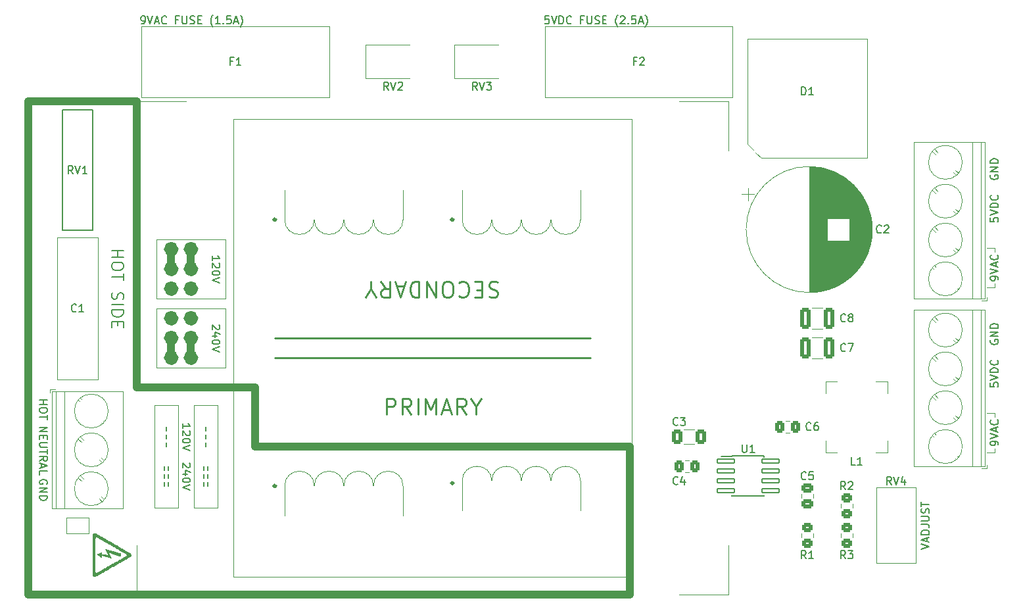
<source format=gto>
G04 #@! TF.GenerationSoftware,KiCad,Pcbnew,(6.0.7)*
G04 #@! TF.CreationDate,2022-09-18T10:38:10-04:00*
G04 #@! TF.ProjectId,C64PowerSupply,43363450-6f77-4657-9253-7570706c792e,B*
G04 #@! TF.SameCoordinates,Original*
G04 #@! TF.FileFunction,Legend,Top*
G04 #@! TF.FilePolarity,Positive*
%FSLAX46Y46*%
G04 Gerber Fmt 4.6, Leading zero omitted, Abs format (unit mm)*
G04 Created by KiCad (PCBNEW (6.0.7)) date 2022-09-18 10:38:10*
%MOMM*%
%LPD*%
G01*
G04 APERTURE LIST*
G04 Aperture macros list*
%AMRoundRect*
0 Rectangle with rounded corners*
0 $1 Rounding radius*
0 $2 $3 $4 $5 $6 $7 $8 $9 X,Y pos of 4 corners*
0 Add a 4 corners polygon primitive as box body*
4,1,4,$2,$3,$4,$5,$6,$7,$8,$9,$2,$3,0*
0 Add four circle primitives for the rounded corners*
1,1,$1+$1,$2,$3*
1,1,$1+$1,$4,$5*
1,1,$1+$1,$6,$7*
1,1,$1+$1,$8,$9*
0 Add four rect primitives between the rounded corners*
20,1,$1+$1,$2,$3,$4,$5,0*
20,1,$1+$1,$4,$5,$6,$7,0*
20,1,$1+$1,$6,$7,$8,$9,0*
20,1,$1+$1,$8,$9,$2,$3,0*%
G04 Aperture macros list end*
%ADD10C,0.958026*%
%ADD11C,1.000000*%
%ADD12C,0.120000*%
%ADD13C,0.203200*%
%ADD14C,0.150000*%
%ADD15C,0.254000*%
%ADD16C,0.314000*%
%ADD17C,0.200000*%
%ADD18C,5.080000*%
%ADD19R,3.048000X3.048000*%
%ADD20C,3.400000*%
%ADD21R,2.600000X2.600000*%
%ADD22C,2.600000*%
%ADD23C,2.500000*%
%ADD24R,2.400000X2.400000*%
%ADD25C,2.400000*%
%ADD26RoundRect,0.250000X0.412500X1.100000X-0.412500X1.100000X-0.412500X-1.100000X0.412500X-1.100000X0*%
%ADD27R,3.500000X2.350000*%
%ADD28C,5.700000*%
%ADD29RoundRect,0.250000X-0.450000X0.350000X-0.450000X-0.350000X0.450000X-0.350000X0.450000X0.350000X0*%
%ADD30C,1.440000*%
%ADD31RoundRect,0.250000X0.412500X0.650000X-0.412500X0.650000X-0.412500X-0.650000X0.412500X-0.650000X0*%
%ADD32R,2.500000X2.300000*%
%ADD33RoundRect,0.250000X0.475000X-0.337500X0.475000X0.337500X-0.475000X0.337500X-0.475000X-0.337500X0*%
%ADD34R,2.400000X3.100000*%
%ADD35RoundRect,0.070000X-1.100000X-0.250000X1.100000X-0.250000X1.100000X0.250000X-1.100000X0.250000X0*%
%ADD36C,0.770000*%
%ADD37RoundRect,0.250000X-0.337500X-0.475000X0.337500X-0.475000X0.337500X0.475000X-0.337500X0.475000X0*%
%ADD38C,1.800000*%
%ADD39R,2.000000X2.000000*%
%ADD40C,2.000000*%
%ADD41RoundRect,0.250000X0.337500X0.475000X-0.337500X0.475000X-0.337500X-0.475000X0.337500X-0.475000X0*%
%ADD42R,1.000000X1.500000*%
G04 APERTURE END LIST*
D10*
X91284013Y-83820000D02*
G75*
G03*
X91284013Y-83820000I-479013J0D01*
G01*
D11*
X90805000Y-92710000D02*
X90805000Y-95250000D01*
D12*
X86360000Y-88900000D02*
X95250000Y-88900000D01*
X95250000Y-88900000D02*
X95250000Y-96520000D01*
X95250000Y-96520000D02*
X86360000Y-96520000D01*
X86360000Y-96520000D02*
X86360000Y-88900000D01*
D10*
X88744013Y-81280000D02*
G75*
G03*
X88744013Y-81280000I-479013J0D01*
G01*
D12*
X194310000Y-102362000D02*
X193294000Y-102362000D01*
D10*
X91284013Y-90170000D02*
G75*
G03*
X91284013Y-90170000I-479013J0D01*
G01*
X88744013Y-92710000D02*
G75*
G03*
X88744013Y-92710000I-479013J0D01*
G01*
X91284013Y-92710000D02*
G75*
G03*
X91284013Y-92710000I-479013J0D01*
G01*
D11*
X83820000Y-99060000D02*
X99060000Y-99060000D01*
X99060000Y-106680000D01*
X147320000Y-106680000D01*
X147320000Y-125730000D01*
X69850000Y-125730000D01*
X69850000Y-62230000D01*
X83820000Y-62230000D01*
X83820000Y-99060000D01*
D10*
X88744013Y-95250000D02*
G75*
G03*
X88744013Y-95250000I-479013J0D01*
G01*
D12*
X194310000Y-81640000D02*
X194310000Y-81132000D01*
X193294000Y-107442000D02*
X194310000Y-107442000D01*
X193294000Y-86212000D02*
X194310000Y-86212000D01*
D10*
X91284013Y-86360000D02*
G75*
G03*
X91284013Y-86360000I-479013J0D01*
G01*
D12*
X194310000Y-81132000D02*
X193294000Y-81132000D01*
D11*
X88265000Y-81280000D02*
X88265000Y-83820000D01*
X90805000Y-81280000D02*
X90805000Y-83820000D01*
D10*
X88744013Y-83820000D02*
G75*
G03*
X88744013Y-83820000I-479013J0D01*
G01*
D12*
X194310000Y-106934000D02*
X194310000Y-107442000D01*
D10*
X88744013Y-86360000D02*
G75*
G03*
X88744013Y-86360000I-479013J0D01*
G01*
X88744013Y-90170000D02*
G75*
G03*
X88744013Y-90170000I-479013J0D01*
G01*
D12*
X86360000Y-80010000D02*
X95250000Y-80010000D01*
X95250000Y-80010000D02*
X95250000Y-87630000D01*
X95250000Y-87630000D02*
X86360000Y-87630000D01*
X86360000Y-87630000D02*
X86360000Y-80010000D01*
D10*
X91284013Y-95250000D02*
G75*
G03*
X91284013Y-95250000I-479013J0D01*
G01*
D11*
X88265000Y-92710000D02*
X88265000Y-95250000D01*
D12*
X194310000Y-85704000D02*
X194310000Y-86212000D01*
X194310000Y-102870000D02*
X194310000Y-102362000D01*
D10*
X91284013Y-81280000D02*
G75*
G03*
X91284013Y-81280000I-479013J0D01*
G01*
D13*
X80590571Y-81425142D02*
X82114571Y-81425142D01*
X81388857Y-81425142D02*
X81388857Y-82296000D01*
X80590571Y-82296000D02*
X82114571Y-82296000D01*
X82114571Y-83312000D02*
X82114571Y-83602285D01*
X82042000Y-83747428D01*
X81896857Y-83892571D01*
X81606571Y-83965142D01*
X81098571Y-83965142D01*
X80808285Y-83892571D01*
X80663142Y-83747428D01*
X80590571Y-83602285D01*
X80590571Y-83312000D01*
X80663142Y-83166857D01*
X80808285Y-83021714D01*
X81098571Y-82949142D01*
X81606571Y-82949142D01*
X81896857Y-83021714D01*
X82042000Y-83166857D01*
X82114571Y-83312000D01*
X82114571Y-84400571D02*
X82114571Y-85271428D01*
X80590571Y-84836000D02*
X82114571Y-84836000D01*
X80663142Y-86868000D02*
X80590571Y-87085714D01*
X80590571Y-87448571D01*
X80663142Y-87593714D01*
X80735714Y-87666285D01*
X80880857Y-87738857D01*
X81026000Y-87738857D01*
X81171142Y-87666285D01*
X81243714Y-87593714D01*
X81316285Y-87448571D01*
X81388857Y-87158285D01*
X81461428Y-87013142D01*
X81534000Y-86940571D01*
X81679142Y-86868000D01*
X81824285Y-86868000D01*
X81969428Y-86940571D01*
X82042000Y-87013142D01*
X82114571Y-87158285D01*
X82114571Y-87521142D01*
X82042000Y-87738857D01*
X80590571Y-88392000D02*
X82114571Y-88392000D01*
X80590571Y-89117714D02*
X82114571Y-89117714D01*
X82114571Y-89480571D01*
X82042000Y-89698285D01*
X81896857Y-89843428D01*
X81751714Y-89916000D01*
X81461428Y-89988571D01*
X81243714Y-89988571D01*
X80953428Y-89916000D01*
X80808285Y-89843428D01*
X80663142Y-89698285D01*
X80590571Y-89480571D01*
X80590571Y-89117714D01*
X81388857Y-90641714D02*
X81388857Y-91149714D01*
X80590571Y-91367428D02*
X80590571Y-90641714D01*
X82114571Y-90641714D01*
X82114571Y-91367428D01*
D14*
X193762380Y-98472476D02*
X193762380Y-98948666D01*
X194238571Y-98996285D01*
X194190952Y-98948666D01*
X194143333Y-98853428D01*
X194143333Y-98615333D01*
X194190952Y-98520095D01*
X194238571Y-98472476D01*
X194333809Y-98424857D01*
X194571904Y-98424857D01*
X194667142Y-98472476D01*
X194714761Y-98520095D01*
X194762380Y-98615333D01*
X194762380Y-98853428D01*
X194714761Y-98948666D01*
X194667142Y-98996285D01*
X193762380Y-98139142D02*
X194762380Y-97805809D01*
X193762380Y-97472476D01*
X194762380Y-97139142D02*
X193762380Y-97139142D01*
X193762380Y-96901047D01*
X193810000Y-96758190D01*
X193905238Y-96662952D01*
X194000476Y-96615333D01*
X194190952Y-96567714D01*
X194333809Y-96567714D01*
X194524285Y-96615333D01*
X194619523Y-96662952D01*
X194714761Y-96758190D01*
X194762380Y-96901047D01*
X194762380Y-97139142D01*
X194667142Y-95567714D02*
X194714761Y-95615333D01*
X194762380Y-95758190D01*
X194762380Y-95853428D01*
X194714761Y-95996285D01*
X194619523Y-96091523D01*
X194524285Y-96139142D01*
X194333809Y-96186761D01*
X194190952Y-96186761D01*
X194000476Y-96139142D01*
X193905238Y-96091523D01*
X193810000Y-95996285D01*
X193762380Y-95853428D01*
X193762380Y-95758190D01*
X193810000Y-95615333D01*
X193857619Y-95567714D01*
X194762380Y-106449619D02*
X194762380Y-106259142D01*
X194714761Y-106163904D01*
X194667142Y-106116285D01*
X194524285Y-106021047D01*
X194333809Y-105973428D01*
X193952857Y-105973428D01*
X193857619Y-106021047D01*
X193810000Y-106068666D01*
X193762380Y-106163904D01*
X193762380Y-106354380D01*
X193810000Y-106449619D01*
X193857619Y-106497238D01*
X193952857Y-106544857D01*
X194190952Y-106544857D01*
X194286190Y-106497238D01*
X194333809Y-106449619D01*
X194381428Y-106354380D01*
X194381428Y-106163904D01*
X194333809Y-106068666D01*
X194286190Y-106021047D01*
X194190952Y-105973428D01*
X193762380Y-105687714D02*
X194762380Y-105354380D01*
X193762380Y-105021047D01*
X194476666Y-104735333D02*
X194476666Y-104259142D01*
X194762380Y-104830571D02*
X193762380Y-104497238D01*
X194762380Y-104163904D01*
X194667142Y-103259142D02*
X194714761Y-103306761D01*
X194762380Y-103449619D01*
X194762380Y-103544857D01*
X194714761Y-103687714D01*
X194619523Y-103782952D01*
X194524285Y-103830571D01*
X194333809Y-103878190D01*
X194190952Y-103878190D01*
X194000476Y-103830571D01*
X193905238Y-103782952D01*
X193810000Y-103687714D01*
X193762380Y-103544857D01*
X193762380Y-103449619D01*
X193810000Y-103306761D01*
X193857619Y-103259142D01*
X94432380Y-91043333D02*
X94480000Y-91090952D01*
X94527619Y-91186190D01*
X94527619Y-91424285D01*
X94480000Y-91519523D01*
X94432380Y-91567142D01*
X94337142Y-91614761D01*
X94241904Y-91614761D01*
X94099047Y-91567142D01*
X93527619Y-90995714D01*
X93527619Y-91614761D01*
X94194285Y-92471904D02*
X93527619Y-92471904D01*
X94575238Y-92233809D02*
X93860952Y-91995714D01*
X93860952Y-92614761D01*
X94527619Y-93186190D02*
X94527619Y-93281428D01*
X94480000Y-93376666D01*
X94432380Y-93424285D01*
X94337142Y-93471904D01*
X94146666Y-93519523D01*
X93908571Y-93519523D01*
X93718095Y-93471904D01*
X93622857Y-93424285D01*
X93575238Y-93376666D01*
X93527619Y-93281428D01*
X93527619Y-93186190D01*
X93575238Y-93090952D01*
X93622857Y-93043333D01*
X93718095Y-92995714D01*
X93908571Y-92948095D01*
X94146666Y-92948095D01*
X94337142Y-92995714D01*
X94432380Y-93043333D01*
X94480000Y-93090952D01*
X94527619Y-93186190D01*
X94527619Y-93805238D02*
X93527619Y-94138571D01*
X94527619Y-94471904D01*
X136882952Y-51268380D02*
X136406761Y-51268380D01*
X136359142Y-51744571D01*
X136406761Y-51696952D01*
X136502000Y-51649333D01*
X136740095Y-51649333D01*
X136835333Y-51696952D01*
X136882952Y-51744571D01*
X136930571Y-51839809D01*
X136930571Y-52077904D01*
X136882952Y-52173142D01*
X136835333Y-52220761D01*
X136740095Y-52268380D01*
X136502000Y-52268380D01*
X136406761Y-52220761D01*
X136359142Y-52173142D01*
X137216285Y-51268380D02*
X137549619Y-52268380D01*
X137882952Y-51268380D01*
X138216285Y-52268380D02*
X138216285Y-51268380D01*
X138454380Y-51268380D01*
X138597238Y-51316000D01*
X138692476Y-51411238D01*
X138740095Y-51506476D01*
X138787714Y-51696952D01*
X138787714Y-51839809D01*
X138740095Y-52030285D01*
X138692476Y-52125523D01*
X138597238Y-52220761D01*
X138454380Y-52268380D01*
X138216285Y-52268380D01*
X139787714Y-52173142D02*
X139740095Y-52220761D01*
X139597238Y-52268380D01*
X139502000Y-52268380D01*
X139359142Y-52220761D01*
X139263904Y-52125523D01*
X139216285Y-52030285D01*
X139168666Y-51839809D01*
X139168666Y-51696952D01*
X139216285Y-51506476D01*
X139263904Y-51411238D01*
X139359142Y-51316000D01*
X139502000Y-51268380D01*
X139597238Y-51268380D01*
X139740095Y-51316000D01*
X139787714Y-51363619D01*
X141311523Y-51744571D02*
X140978190Y-51744571D01*
X140978190Y-52268380D02*
X140978190Y-51268380D01*
X141454380Y-51268380D01*
X141835333Y-51268380D02*
X141835333Y-52077904D01*
X141882952Y-52173142D01*
X141930571Y-52220761D01*
X142025809Y-52268380D01*
X142216285Y-52268380D01*
X142311523Y-52220761D01*
X142359142Y-52173142D01*
X142406761Y-52077904D01*
X142406761Y-51268380D01*
X142835333Y-52220761D02*
X142978190Y-52268380D01*
X143216285Y-52268380D01*
X143311523Y-52220761D01*
X143359142Y-52173142D01*
X143406761Y-52077904D01*
X143406761Y-51982666D01*
X143359142Y-51887428D01*
X143311523Y-51839809D01*
X143216285Y-51792190D01*
X143025809Y-51744571D01*
X142930571Y-51696952D01*
X142882952Y-51649333D01*
X142835333Y-51554095D01*
X142835333Y-51458857D01*
X142882952Y-51363619D01*
X142930571Y-51316000D01*
X143025809Y-51268380D01*
X143263904Y-51268380D01*
X143406761Y-51316000D01*
X143835333Y-51744571D02*
X144168666Y-51744571D01*
X144311523Y-52268380D02*
X143835333Y-52268380D01*
X143835333Y-51268380D01*
X144311523Y-51268380D01*
X145787714Y-52649333D02*
X145740095Y-52601714D01*
X145644857Y-52458857D01*
X145597238Y-52363619D01*
X145549619Y-52220761D01*
X145502000Y-51982666D01*
X145502000Y-51792190D01*
X145549619Y-51554095D01*
X145597238Y-51411238D01*
X145644857Y-51316000D01*
X145740095Y-51173142D01*
X145787714Y-51125523D01*
X146121047Y-51363619D02*
X146168666Y-51316000D01*
X146263904Y-51268380D01*
X146502000Y-51268380D01*
X146597238Y-51316000D01*
X146644857Y-51363619D01*
X146692476Y-51458857D01*
X146692476Y-51554095D01*
X146644857Y-51696952D01*
X146073428Y-52268380D01*
X146692476Y-52268380D01*
X147121047Y-52173142D02*
X147168666Y-52220761D01*
X147121047Y-52268380D01*
X147073428Y-52220761D01*
X147121047Y-52173142D01*
X147121047Y-52268380D01*
X148073428Y-51268380D02*
X147597238Y-51268380D01*
X147549619Y-51744571D01*
X147597238Y-51696952D01*
X147692476Y-51649333D01*
X147930571Y-51649333D01*
X148025809Y-51696952D01*
X148073428Y-51744571D01*
X148121047Y-51839809D01*
X148121047Y-52077904D01*
X148073428Y-52173142D01*
X148025809Y-52220761D01*
X147930571Y-52268380D01*
X147692476Y-52268380D01*
X147597238Y-52220761D01*
X147549619Y-52173142D01*
X148502000Y-51982666D02*
X148978190Y-51982666D01*
X148406761Y-52268380D02*
X148740095Y-51268380D01*
X149073428Y-52268380D01*
X149311523Y-52649333D02*
X149359142Y-52601714D01*
X149454380Y-52458857D01*
X149502000Y-52363619D01*
X149549619Y-52220761D01*
X149597238Y-51982666D01*
X149597238Y-51792190D01*
X149549619Y-51554095D01*
X149502000Y-51411238D01*
X149454380Y-51316000D01*
X149359142Y-51173142D01*
X149311523Y-51125523D01*
X193810000Y-71733904D02*
X193762380Y-71829142D01*
X193762380Y-71972000D01*
X193810000Y-72114857D01*
X193905238Y-72210095D01*
X194000476Y-72257714D01*
X194190952Y-72305333D01*
X194333809Y-72305333D01*
X194524285Y-72257714D01*
X194619523Y-72210095D01*
X194714761Y-72114857D01*
X194762380Y-71972000D01*
X194762380Y-71876761D01*
X194714761Y-71733904D01*
X194667142Y-71686285D01*
X194333809Y-71686285D01*
X194333809Y-71876761D01*
X194762380Y-71257714D02*
X193762380Y-71257714D01*
X194762380Y-70686285D01*
X193762380Y-70686285D01*
X194762380Y-70210095D02*
X193762380Y-70210095D01*
X193762380Y-69972000D01*
X193810000Y-69829142D01*
X193905238Y-69733904D01*
X194000476Y-69686285D01*
X194190952Y-69638666D01*
X194333809Y-69638666D01*
X194524285Y-69686285D01*
X194619523Y-69733904D01*
X194714761Y-69829142D01*
X194762380Y-69972000D01*
X194762380Y-70210095D01*
X71302619Y-100663523D02*
X72302619Y-100663523D01*
X71826428Y-100663523D02*
X71826428Y-101234952D01*
X71302619Y-101234952D02*
X72302619Y-101234952D01*
X72302619Y-101901619D02*
X72302619Y-102092095D01*
X72255000Y-102187333D01*
X72159761Y-102282571D01*
X71969285Y-102330190D01*
X71635952Y-102330190D01*
X71445476Y-102282571D01*
X71350238Y-102187333D01*
X71302619Y-102092095D01*
X71302619Y-101901619D01*
X71350238Y-101806380D01*
X71445476Y-101711142D01*
X71635952Y-101663523D01*
X71969285Y-101663523D01*
X72159761Y-101711142D01*
X72255000Y-101806380D01*
X72302619Y-101901619D01*
X72302619Y-102615904D02*
X72302619Y-103187333D01*
X71302619Y-102901619D02*
X72302619Y-102901619D01*
X72255000Y-111506095D02*
X72302619Y-111410857D01*
X72302619Y-111268000D01*
X72255000Y-111125142D01*
X72159761Y-111029904D01*
X72064523Y-110982285D01*
X71874047Y-110934666D01*
X71731190Y-110934666D01*
X71540714Y-110982285D01*
X71445476Y-111029904D01*
X71350238Y-111125142D01*
X71302619Y-111268000D01*
X71302619Y-111363238D01*
X71350238Y-111506095D01*
X71397857Y-111553714D01*
X71731190Y-111553714D01*
X71731190Y-111363238D01*
X71302619Y-111982285D02*
X72302619Y-111982285D01*
X71302619Y-112553714D01*
X72302619Y-112553714D01*
X71302619Y-113029904D02*
X72302619Y-113029904D01*
X72302619Y-113268000D01*
X72255000Y-113410857D01*
X72159761Y-113506095D01*
X72064523Y-113553714D01*
X71874047Y-113601333D01*
X71731190Y-113601333D01*
X71540714Y-113553714D01*
X71445476Y-113506095D01*
X71350238Y-113410857D01*
X71302619Y-113268000D01*
X71302619Y-113029904D01*
X84455809Y-52268380D02*
X84646285Y-52268380D01*
X84741523Y-52220761D01*
X84789142Y-52173142D01*
X84884380Y-52030285D01*
X84932000Y-51839809D01*
X84932000Y-51458857D01*
X84884380Y-51363619D01*
X84836761Y-51316000D01*
X84741523Y-51268380D01*
X84551047Y-51268380D01*
X84455809Y-51316000D01*
X84408190Y-51363619D01*
X84360571Y-51458857D01*
X84360571Y-51696952D01*
X84408190Y-51792190D01*
X84455809Y-51839809D01*
X84551047Y-51887428D01*
X84741523Y-51887428D01*
X84836761Y-51839809D01*
X84884380Y-51792190D01*
X84932000Y-51696952D01*
X85217714Y-51268380D02*
X85551047Y-52268380D01*
X85884380Y-51268380D01*
X86170095Y-51982666D02*
X86646285Y-51982666D01*
X86074857Y-52268380D02*
X86408190Y-51268380D01*
X86741523Y-52268380D01*
X87646285Y-52173142D02*
X87598666Y-52220761D01*
X87455809Y-52268380D01*
X87360571Y-52268380D01*
X87217714Y-52220761D01*
X87122476Y-52125523D01*
X87074857Y-52030285D01*
X87027238Y-51839809D01*
X87027238Y-51696952D01*
X87074857Y-51506476D01*
X87122476Y-51411238D01*
X87217714Y-51316000D01*
X87360571Y-51268380D01*
X87455809Y-51268380D01*
X87598666Y-51316000D01*
X87646285Y-51363619D01*
X89170095Y-51744571D02*
X88836761Y-51744571D01*
X88836761Y-52268380D02*
X88836761Y-51268380D01*
X89312952Y-51268380D01*
X89693904Y-51268380D02*
X89693904Y-52077904D01*
X89741523Y-52173142D01*
X89789142Y-52220761D01*
X89884380Y-52268380D01*
X90074857Y-52268380D01*
X90170095Y-52220761D01*
X90217714Y-52173142D01*
X90265333Y-52077904D01*
X90265333Y-51268380D01*
X90693904Y-52220761D02*
X90836761Y-52268380D01*
X91074857Y-52268380D01*
X91170095Y-52220761D01*
X91217714Y-52173142D01*
X91265333Y-52077904D01*
X91265333Y-51982666D01*
X91217714Y-51887428D01*
X91170095Y-51839809D01*
X91074857Y-51792190D01*
X90884380Y-51744571D01*
X90789142Y-51696952D01*
X90741523Y-51649333D01*
X90693904Y-51554095D01*
X90693904Y-51458857D01*
X90741523Y-51363619D01*
X90789142Y-51316000D01*
X90884380Y-51268380D01*
X91122476Y-51268380D01*
X91265333Y-51316000D01*
X91693904Y-51744571D02*
X92027238Y-51744571D01*
X92170095Y-52268380D02*
X91693904Y-52268380D01*
X91693904Y-51268380D01*
X92170095Y-51268380D01*
X93646285Y-52649333D02*
X93598666Y-52601714D01*
X93503428Y-52458857D01*
X93455809Y-52363619D01*
X93408190Y-52220761D01*
X93360571Y-51982666D01*
X93360571Y-51792190D01*
X93408190Y-51554095D01*
X93455809Y-51411238D01*
X93503428Y-51316000D01*
X93598666Y-51173142D01*
X93646285Y-51125523D01*
X94551047Y-52268380D02*
X93979619Y-52268380D01*
X94265333Y-52268380D02*
X94265333Y-51268380D01*
X94170095Y-51411238D01*
X94074857Y-51506476D01*
X93979619Y-51554095D01*
X94979619Y-52173142D02*
X95027238Y-52220761D01*
X94979619Y-52268380D01*
X94932000Y-52220761D01*
X94979619Y-52173142D01*
X94979619Y-52268380D01*
X95932000Y-51268380D02*
X95455809Y-51268380D01*
X95408190Y-51744571D01*
X95455809Y-51696952D01*
X95551047Y-51649333D01*
X95789142Y-51649333D01*
X95884380Y-51696952D01*
X95932000Y-51744571D01*
X95979619Y-51839809D01*
X95979619Y-52077904D01*
X95932000Y-52173142D01*
X95884380Y-52220761D01*
X95789142Y-52268380D01*
X95551047Y-52268380D01*
X95455809Y-52220761D01*
X95408190Y-52173142D01*
X96360571Y-51982666D02*
X96836761Y-51982666D01*
X96265333Y-52268380D02*
X96598666Y-51268380D01*
X96932000Y-52268380D01*
X97170095Y-52649333D02*
X97217714Y-52601714D01*
X97312952Y-52458857D01*
X97360571Y-52363619D01*
X97408190Y-52220761D01*
X97455809Y-51982666D01*
X97455809Y-51792190D01*
X97408190Y-51554095D01*
X97360571Y-51411238D01*
X97312952Y-51316000D01*
X97217714Y-51173142D01*
X97170095Y-51125523D01*
X184872380Y-119863809D02*
X185872380Y-119530476D01*
X184872380Y-119197142D01*
X185586666Y-118911428D02*
X185586666Y-118435238D01*
X185872380Y-119006666D02*
X184872380Y-118673333D01*
X185872380Y-118340000D01*
X185872380Y-118006666D02*
X184872380Y-118006666D01*
X184872380Y-117768571D01*
X184920000Y-117625714D01*
X185015238Y-117530476D01*
X185110476Y-117482857D01*
X185300952Y-117435238D01*
X185443809Y-117435238D01*
X185634285Y-117482857D01*
X185729523Y-117530476D01*
X185824761Y-117625714D01*
X185872380Y-117768571D01*
X185872380Y-118006666D01*
X184872380Y-116720952D02*
X185586666Y-116720952D01*
X185729523Y-116768571D01*
X185824761Y-116863809D01*
X185872380Y-117006666D01*
X185872380Y-117101904D01*
X184872380Y-116244761D02*
X185681904Y-116244761D01*
X185777142Y-116197142D01*
X185824761Y-116149523D01*
X185872380Y-116054285D01*
X185872380Y-115863809D01*
X185824761Y-115768571D01*
X185777142Y-115720952D01*
X185681904Y-115673333D01*
X184872380Y-115673333D01*
X185824761Y-115244761D02*
X185872380Y-115101904D01*
X185872380Y-114863809D01*
X185824761Y-114768571D01*
X185777142Y-114720952D01*
X185681904Y-114673333D01*
X185586666Y-114673333D01*
X185491428Y-114720952D01*
X185443809Y-114768571D01*
X185396190Y-114863809D01*
X185348571Y-115054285D01*
X185300952Y-115149523D01*
X185253333Y-115197142D01*
X185158095Y-115244761D01*
X185062857Y-115244761D01*
X184967619Y-115197142D01*
X184920000Y-115149523D01*
X184872380Y-115054285D01*
X184872380Y-114816190D01*
X184920000Y-114673333D01*
X184872380Y-114387619D02*
X184872380Y-113816190D01*
X185872380Y-114101904D02*
X184872380Y-114101904D01*
X193762380Y-77242476D02*
X193762380Y-77718666D01*
X194238571Y-77766285D01*
X194190952Y-77718666D01*
X194143333Y-77623428D01*
X194143333Y-77385333D01*
X194190952Y-77290095D01*
X194238571Y-77242476D01*
X194333809Y-77194857D01*
X194571904Y-77194857D01*
X194667142Y-77242476D01*
X194714761Y-77290095D01*
X194762380Y-77385333D01*
X194762380Y-77623428D01*
X194714761Y-77718666D01*
X194667142Y-77766285D01*
X193762380Y-76909142D02*
X194762380Y-76575809D01*
X193762380Y-76242476D01*
X194762380Y-75909142D02*
X193762380Y-75909142D01*
X193762380Y-75671047D01*
X193810000Y-75528190D01*
X193905238Y-75432952D01*
X194000476Y-75385333D01*
X194190952Y-75337714D01*
X194333809Y-75337714D01*
X194524285Y-75385333D01*
X194619523Y-75432952D01*
X194714761Y-75528190D01*
X194762380Y-75671047D01*
X194762380Y-75909142D01*
X194667142Y-74337714D02*
X194714761Y-74385333D01*
X194762380Y-74528190D01*
X194762380Y-74623428D01*
X194714761Y-74766285D01*
X194619523Y-74861523D01*
X194524285Y-74909142D01*
X194333809Y-74956761D01*
X194190952Y-74956761D01*
X194000476Y-74909142D01*
X193905238Y-74861523D01*
X193810000Y-74766285D01*
X193762380Y-74623428D01*
X193762380Y-74528190D01*
X193810000Y-74385333D01*
X193857619Y-74337714D01*
X193810000Y-92963904D02*
X193762380Y-93059142D01*
X193762380Y-93202000D01*
X193810000Y-93344857D01*
X193905238Y-93440095D01*
X194000476Y-93487714D01*
X194190952Y-93535333D01*
X194333809Y-93535333D01*
X194524285Y-93487714D01*
X194619523Y-93440095D01*
X194714761Y-93344857D01*
X194762380Y-93202000D01*
X194762380Y-93106761D01*
X194714761Y-92963904D01*
X194667142Y-92916285D01*
X194333809Y-92916285D01*
X194333809Y-93106761D01*
X194762380Y-92487714D02*
X193762380Y-92487714D01*
X194762380Y-91916285D01*
X193762380Y-91916285D01*
X194762380Y-91440095D02*
X193762380Y-91440095D01*
X193762380Y-91202000D01*
X193810000Y-91059142D01*
X193905238Y-90963904D01*
X194000476Y-90916285D01*
X194190952Y-90868666D01*
X194333809Y-90868666D01*
X194524285Y-90916285D01*
X194619523Y-90963904D01*
X194714761Y-91059142D01*
X194762380Y-91202000D01*
X194762380Y-91440095D01*
X71302619Y-104211809D02*
X72302619Y-104211809D01*
X71302619Y-104783238D01*
X72302619Y-104783238D01*
X71826428Y-105259428D02*
X71826428Y-105592761D01*
X71302619Y-105735619D02*
X71302619Y-105259428D01*
X72302619Y-105259428D01*
X72302619Y-105735619D01*
X72302619Y-106164190D02*
X71493095Y-106164190D01*
X71397857Y-106211809D01*
X71350238Y-106259428D01*
X71302619Y-106354666D01*
X71302619Y-106545142D01*
X71350238Y-106640380D01*
X71397857Y-106688000D01*
X71493095Y-106735619D01*
X72302619Y-106735619D01*
X72302619Y-107068952D02*
X72302619Y-107640380D01*
X71302619Y-107354666D02*
X72302619Y-107354666D01*
X71302619Y-108545142D02*
X71778809Y-108211809D01*
X71302619Y-107973714D02*
X72302619Y-107973714D01*
X72302619Y-108354666D01*
X72255000Y-108449904D01*
X72207380Y-108497523D01*
X72112142Y-108545142D01*
X71969285Y-108545142D01*
X71874047Y-108497523D01*
X71826428Y-108449904D01*
X71778809Y-108354666D01*
X71778809Y-107973714D01*
X71588333Y-108926095D02*
X71588333Y-109402285D01*
X71302619Y-108830857D02*
X72302619Y-109164190D01*
X71302619Y-109497523D01*
X71302619Y-110307047D02*
X71302619Y-109830857D01*
X72302619Y-109830857D01*
X194762380Y-85219619D02*
X194762380Y-85029142D01*
X194714761Y-84933904D01*
X194667142Y-84886285D01*
X194524285Y-84791047D01*
X194333809Y-84743428D01*
X193952857Y-84743428D01*
X193857619Y-84791047D01*
X193810000Y-84838666D01*
X193762380Y-84933904D01*
X193762380Y-85124380D01*
X193810000Y-85219619D01*
X193857619Y-85267238D01*
X193952857Y-85314857D01*
X194190952Y-85314857D01*
X194286190Y-85267238D01*
X194333809Y-85219619D01*
X194381428Y-85124380D01*
X194381428Y-84933904D01*
X194333809Y-84838666D01*
X194286190Y-84791047D01*
X194190952Y-84743428D01*
X193762380Y-84457714D02*
X194762380Y-84124380D01*
X193762380Y-83791047D01*
X194476666Y-83505333D02*
X194476666Y-83029142D01*
X194762380Y-83600571D02*
X193762380Y-83267238D01*
X194762380Y-82933904D01*
X194667142Y-82029142D02*
X194714761Y-82076761D01*
X194762380Y-82219619D01*
X194762380Y-82314857D01*
X194714761Y-82457714D01*
X194619523Y-82552952D01*
X194524285Y-82600571D01*
X194333809Y-82648190D01*
X194190952Y-82648190D01*
X194000476Y-82600571D01*
X193905238Y-82552952D01*
X193810000Y-82457714D01*
X193762380Y-82314857D01*
X193762380Y-82219619D01*
X193810000Y-82076761D01*
X193857619Y-82029142D01*
X93527619Y-82724761D02*
X93527619Y-82153333D01*
X93527619Y-82439047D02*
X94527619Y-82439047D01*
X94384761Y-82343809D01*
X94289523Y-82248571D01*
X94241904Y-82153333D01*
X94432380Y-83105714D02*
X94480000Y-83153333D01*
X94527619Y-83248571D01*
X94527619Y-83486666D01*
X94480000Y-83581904D01*
X94432380Y-83629523D01*
X94337142Y-83677142D01*
X94241904Y-83677142D01*
X94099047Y-83629523D01*
X93527619Y-83058095D01*
X93527619Y-83677142D01*
X94527619Y-84296190D02*
X94527619Y-84391428D01*
X94480000Y-84486666D01*
X94432380Y-84534285D01*
X94337142Y-84581904D01*
X94146666Y-84629523D01*
X93908571Y-84629523D01*
X93718095Y-84581904D01*
X93622857Y-84534285D01*
X93575238Y-84486666D01*
X93527619Y-84391428D01*
X93527619Y-84296190D01*
X93575238Y-84200952D01*
X93622857Y-84153333D01*
X93718095Y-84105714D01*
X93908571Y-84058095D01*
X94146666Y-84058095D01*
X94337142Y-84105714D01*
X94432380Y-84153333D01*
X94480000Y-84200952D01*
X94527619Y-84296190D01*
X94527619Y-84915238D02*
X93527619Y-85248571D01*
X94527619Y-85581904D01*
D15*
X115969142Y-102519238D02*
X115969142Y-100487238D01*
X116743238Y-100487238D01*
X116936761Y-100584000D01*
X117033523Y-100680761D01*
X117130285Y-100874285D01*
X117130285Y-101164571D01*
X117033523Y-101358095D01*
X116936761Y-101454857D01*
X116743238Y-101551619D01*
X115969142Y-101551619D01*
X119162285Y-102519238D02*
X118484952Y-101551619D01*
X118001142Y-102519238D02*
X118001142Y-100487238D01*
X118775238Y-100487238D01*
X118968761Y-100584000D01*
X119065523Y-100680761D01*
X119162285Y-100874285D01*
X119162285Y-101164571D01*
X119065523Y-101358095D01*
X118968761Y-101454857D01*
X118775238Y-101551619D01*
X118001142Y-101551619D01*
X120033142Y-102519238D02*
X120033142Y-100487238D01*
X121000761Y-102519238D02*
X121000761Y-100487238D01*
X121678095Y-101938666D01*
X122355428Y-100487238D01*
X122355428Y-102519238D01*
X123226285Y-101938666D02*
X124193904Y-101938666D01*
X123032761Y-102519238D02*
X123710095Y-100487238D01*
X124387428Y-102519238D01*
X126225904Y-102519238D02*
X125548571Y-101551619D01*
X125064761Y-102519238D02*
X125064761Y-100487238D01*
X125838857Y-100487238D01*
X126032380Y-100584000D01*
X126129142Y-100680761D01*
X126225904Y-100874285D01*
X126225904Y-101164571D01*
X126129142Y-101358095D01*
X126032380Y-101454857D01*
X125838857Y-101551619D01*
X125064761Y-101551619D01*
X127483809Y-101551619D02*
X127483809Y-102519238D01*
X126806476Y-100487238D02*
X127483809Y-101551619D01*
X128161142Y-100487238D01*
X130338285Y-85537523D02*
X130048000Y-85440761D01*
X129564190Y-85440761D01*
X129370666Y-85537523D01*
X129273904Y-85634285D01*
X129177142Y-85827809D01*
X129177142Y-86021333D01*
X129273904Y-86214857D01*
X129370666Y-86311619D01*
X129564190Y-86408380D01*
X129951238Y-86505142D01*
X130144761Y-86601904D01*
X130241523Y-86698666D01*
X130338285Y-86892190D01*
X130338285Y-87085714D01*
X130241523Y-87279238D01*
X130144761Y-87376000D01*
X129951238Y-87472761D01*
X129467428Y-87472761D01*
X129177142Y-87376000D01*
X128306285Y-86505142D02*
X127628952Y-86505142D01*
X127338666Y-85440761D02*
X128306285Y-85440761D01*
X128306285Y-87472761D01*
X127338666Y-87472761D01*
X125306666Y-85634285D02*
X125403428Y-85537523D01*
X125693714Y-85440761D01*
X125887238Y-85440761D01*
X126177523Y-85537523D01*
X126371047Y-85731047D01*
X126467809Y-85924571D01*
X126564571Y-86311619D01*
X126564571Y-86601904D01*
X126467809Y-86988952D01*
X126371047Y-87182476D01*
X126177523Y-87376000D01*
X125887238Y-87472761D01*
X125693714Y-87472761D01*
X125403428Y-87376000D01*
X125306666Y-87279238D01*
X124048761Y-87472761D02*
X123661714Y-87472761D01*
X123468190Y-87376000D01*
X123274666Y-87182476D01*
X123177904Y-86795428D01*
X123177904Y-86118095D01*
X123274666Y-85731047D01*
X123468190Y-85537523D01*
X123661714Y-85440761D01*
X124048761Y-85440761D01*
X124242285Y-85537523D01*
X124435809Y-85731047D01*
X124532571Y-86118095D01*
X124532571Y-86795428D01*
X124435809Y-87182476D01*
X124242285Y-87376000D01*
X124048761Y-87472761D01*
X122307047Y-85440761D02*
X122307047Y-87472761D01*
X121145904Y-85440761D01*
X121145904Y-87472761D01*
X120178285Y-85440761D02*
X120178285Y-87472761D01*
X119694476Y-87472761D01*
X119404190Y-87376000D01*
X119210666Y-87182476D01*
X119113904Y-86988952D01*
X119017142Y-86601904D01*
X119017142Y-86311619D01*
X119113904Y-85924571D01*
X119210666Y-85731047D01*
X119404190Y-85537523D01*
X119694476Y-85440761D01*
X120178285Y-85440761D01*
X118243047Y-86021333D02*
X117275428Y-86021333D01*
X118436571Y-85440761D02*
X117759238Y-87472761D01*
X117081904Y-85440761D01*
X115243428Y-85440761D02*
X115920761Y-86408380D01*
X116404571Y-85440761D02*
X116404571Y-87472761D01*
X115630476Y-87472761D01*
X115436952Y-87376000D01*
X115340190Y-87279238D01*
X115243428Y-87085714D01*
X115243428Y-86795428D01*
X115340190Y-86601904D01*
X115436952Y-86505142D01*
X115630476Y-86408380D01*
X116404571Y-86408380D01*
X113985523Y-86408380D02*
X113985523Y-85440761D01*
X114662857Y-87472761D02*
X113985523Y-86408380D01*
X113308190Y-87472761D01*
D14*
X96186666Y-57078571D02*
X95853333Y-57078571D01*
X95853333Y-57602380D02*
X95853333Y-56602380D01*
X96329523Y-56602380D01*
X97234285Y-57602380D02*
X96662857Y-57602380D01*
X96948571Y-57602380D02*
X96948571Y-56602380D01*
X96853333Y-56745238D01*
X96758095Y-56840476D01*
X96662857Y-56888095D01*
X179708579Y-79097142D02*
X179660960Y-79144761D01*
X179518103Y-79192380D01*
X179422865Y-79192380D01*
X179280007Y-79144761D01*
X179184769Y-79049523D01*
X179137150Y-78954285D01*
X179089531Y-78763809D01*
X179089531Y-78620952D01*
X179137150Y-78430476D01*
X179184769Y-78335238D01*
X179280007Y-78240000D01*
X179422865Y-78192380D01*
X179518103Y-78192380D01*
X179660960Y-78240000D01*
X179708579Y-78287619D01*
X180089531Y-78287619D02*
X180137150Y-78240000D01*
X180232388Y-78192380D01*
X180470484Y-78192380D01*
X180565722Y-78240000D01*
X180613341Y-78287619D01*
X180660960Y-78382857D01*
X180660960Y-78478095D01*
X180613341Y-78620952D01*
X180041912Y-79192380D01*
X180660960Y-79192380D01*
X175093333Y-94337142D02*
X175045714Y-94384761D01*
X174902857Y-94432380D01*
X174807619Y-94432380D01*
X174664761Y-94384761D01*
X174569523Y-94289523D01*
X174521904Y-94194285D01*
X174474285Y-94003809D01*
X174474285Y-93860952D01*
X174521904Y-93670476D01*
X174569523Y-93575238D01*
X174664761Y-93480000D01*
X174807619Y-93432380D01*
X174902857Y-93432380D01*
X175045714Y-93480000D01*
X175093333Y-93527619D01*
X175426666Y-93432380D02*
X176093333Y-93432380D01*
X175664761Y-94432380D01*
X176363333Y-109037380D02*
X175887142Y-109037380D01*
X175887142Y-108037380D01*
X177220476Y-109037380D02*
X176649047Y-109037380D01*
X176934761Y-109037380D02*
X176934761Y-108037380D01*
X176839523Y-108180238D01*
X176744285Y-108275476D01*
X176649047Y-108323095D01*
X169441904Y-61412380D02*
X169441904Y-60412380D01*
X169680000Y-60412380D01*
X169822857Y-60460000D01*
X169918095Y-60555238D01*
X169965714Y-60650476D01*
X170013333Y-60840952D01*
X170013333Y-60983809D01*
X169965714Y-61174285D01*
X169918095Y-61269523D01*
X169822857Y-61364761D01*
X169680000Y-61412380D01*
X169441904Y-61412380D01*
X170965714Y-61412380D02*
X170394285Y-61412380D01*
X170680000Y-61412380D02*
X170680000Y-60412380D01*
X170584761Y-60555238D01*
X170489523Y-60650476D01*
X170394285Y-60698095D01*
X175093333Y-121102380D02*
X174760000Y-120626190D01*
X174521904Y-121102380D02*
X174521904Y-120102380D01*
X174902857Y-120102380D01*
X174998095Y-120150000D01*
X175045714Y-120197619D01*
X175093333Y-120292857D01*
X175093333Y-120435714D01*
X175045714Y-120530952D01*
X174998095Y-120578571D01*
X174902857Y-120626190D01*
X174521904Y-120626190D01*
X175426666Y-120102380D02*
X176045714Y-120102380D01*
X175712380Y-120483333D01*
X175855238Y-120483333D01*
X175950476Y-120530952D01*
X175998095Y-120578571D01*
X176045714Y-120673809D01*
X176045714Y-120911904D01*
X175998095Y-121007142D01*
X175950476Y-121054761D01*
X175855238Y-121102380D01*
X175569523Y-121102380D01*
X175474285Y-121054761D01*
X175426666Y-121007142D01*
X175093333Y-112212380D02*
X174760000Y-111736190D01*
X174521904Y-112212380D02*
X174521904Y-111212380D01*
X174902857Y-111212380D01*
X174998095Y-111260000D01*
X175045714Y-111307619D01*
X175093333Y-111402857D01*
X175093333Y-111545714D01*
X175045714Y-111640952D01*
X174998095Y-111688571D01*
X174902857Y-111736190D01*
X174521904Y-111736190D01*
X175474285Y-111307619D02*
X175521904Y-111260000D01*
X175617142Y-111212380D01*
X175855238Y-111212380D01*
X175950476Y-111260000D01*
X175998095Y-111307619D01*
X176045714Y-111402857D01*
X176045714Y-111498095D01*
X175998095Y-111640952D01*
X175426666Y-112212380D01*
X176045714Y-112212380D01*
X76033333Y-89257142D02*
X75985714Y-89304761D01*
X75842857Y-89352380D01*
X75747619Y-89352380D01*
X75604761Y-89304761D01*
X75509523Y-89209523D01*
X75461904Y-89114285D01*
X75414285Y-88923809D01*
X75414285Y-88780952D01*
X75461904Y-88590476D01*
X75509523Y-88495238D01*
X75604761Y-88400000D01*
X75747619Y-88352380D01*
X75842857Y-88352380D01*
X75985714Y-88400000D01*
X76033333Y-88447619D01*
X76985714Y-89352380D02*
X76414285Y-89352380D01*
X76700000Y-89352380D02*
X76700000Y-88352380D01*
X76604761Y-88495238D01*
X76509523Y-88590476D01*
X76414285Y-88638095D01*
X181014761Y-111577380D02*
X180681428Y-111101190D01*
X180443333Y-111577380D02*
X180443333Y-110577380D01*
X180824285Y-110577380D01*
X180919523Y-110625000D01*
X180967142Y-110672619D01*
X181014761Y-110767857D01*
X181014761Y-110910714D01*
X180967142Y-111005952D01*
X180919523Y-111053571D01*
X180824285Y-111101190D01*
X180443333Y-111101190D01*
X181300476Y-110577380D02*
X181633809Y-111577380D01*
X181967142Y-110577380D01*
X182729047Y-110910714D02*
X182729047Y-111577380D01*
X182490952Y-110529761D02*
X182252857Y-111244047D01*
X182871904Y-111244047D01*
X153503333Y-103862142D02*
X153455714Y-103909761D01*
X153312857Y-103957380D01*
X153217619Y-103957380D01*
X153074761Y-103909761D01*
X152979523Y-103814523D01*
X152931904Y-103719285D01*
X152884285Y-103528809D01*
X152884285Y-103385952D01*
X152931904Y-103195476D01*
X152979523Y-103100238D01*
X153074761Y-103005000D01*
X153217619Y-102957380D01*
X153312857Y-102957380D01*
X153455714Y-103005000D01*
X153503333Y-103052619D01*
X153836666Y-102957380D02*
X154455714Y-102957380D01*
X154122380Y-103338333D01*
X154265238Y-103338333D01*
X154360476Y-103385952D01*
X154408095Y-103433571D01*
X154455714Y-103528809D01*
X154455714Y-103766904D01*
X154408095Y-103862142D01*
X154360476Y-103909761D01*
X154265238Y-103957380D01*
X153979523Y-103957380D01*
X153884285Y-103909761D01*
X153836666Y-103862142D01*
X116244761Y-60777380D02*
X115911428Y-60301190D01*
X115673333Y-60777380D02*
X115673333Y-59777380D01*
X116054285Y-59777380D01*
X116149523Y-59825000D01*
X116197142Y-59872619D01*
X116244761Y-59967857D01*
X116244761Y-60110714D01*
X116197142Y-60205952D01*
X116149523Y-60253571D01*
X116054285Y-60301190D01*
X115673333Y-60301190D01*
X116530476Y-59777380D02*
X116863809Y-60777380D01*
X117197142Y-59777380D01*
X117482857Y-59872619D02*
X117530476Y-59825000D01*
X117625714Y-59777380D01*
X117863809Y-59777380D01*
X117959047Y-59825000D01*
X118006666Y-59872619D01*
X118054285Y-59967857D01*
X118054285Y-60063095D01*
X118006666Y-60205952D01*
X117435238Y-60777380D01*
X118054285Y-60777380D01*
X170013333Y-110847142D02*
X169965714Y-110894761D01*
X169822857Y-110942380D01*
X169727619Y-110942380D01*
X169584761Y-110894761D01*
X169489523Y-110799523D01*
X169441904Y-110704285D01*
X169394285Y-110513809D01*
X169394285Y-110370952D01*
X169441904Y-110180476D01*
X169489523Y-110085238D01*
X169584761Y-109990000D01*
X169727619Y-109942380D01*
X169822857Y-109942380D01*
X169965714Y-109990000D01*
X170013333Y-110037619D01*
X170918095Y-109942380D02*
X170441904Y-109942380D01*
X170394285Y-110418571D01*
X170441904Y-110370952D01*
X170537142Y-110323333D01*
X170775238Y-110323333D01*
X170870476Y-110370952D01*
X170918095Y-110418571D01*
X170965714Y-110513809D01*
X170965714Y-110751904D01*
X170918095Y-110847142D01*
X170870476Y-110894761D01*
X170775238Y-110942380D01*
X170537142Y-110942380D01*
X170441904Y-110894761D01*
X170394285Y-110847142D01*
X161798095Y-106442380D02*
X161798095Y-107251904D01*
X161845714Y-107347142D01*
X161893333Y-107394761D01*
X161988571Y-107442380D01*
X162179047Y-107442380D01*
X162274285Y-107394761D01*
X162321904Y-107347142D01*
X162369523Y-107251904D01*
X162369523Y-106442380D01*
X163369523Y-107442380D02*
X162798095Y-107442380D01*
X163083809Y-107442380D02*
X163083809Y-106442380D01*
X162988571Y-106585238D01*
X162893333Y-106680476D01*
X162798095Y-106728095D01*
X148136666Y-57078571D02*
X147803333Y-57078571D01*
X147803333Y-57602380D02*
X147803333Y-56602380D01*
X148279523Y-56602380D01*
X148612857Y-56697619D02*
X148660476Y-56650000D01*
X148755714Y-56602380D01*
X148993809Y-56602380D01*
X149089047Y-56650000D01*
X149136666Y-56697619D01*
X149184285Y-56792857D01*
X149184285Y-56888095D01*
X149136666Y-57030952D01*
X148565238Y-57602380D01*
X149184285Y-57602380D01*
X170648333Y-104497142D02*
X170600714Y-104544761D01*
X170457857Y-104592380D01*
X170362619Y-104592380D01*
X170219761Y-104544761D01*
X170124523Y-104449523D01*
X170076904Y-104354285D01*
X170029285Y-104163809D01*
X170029285Y-104020952D01*
X170076904Y-103830476D01*
X170124523Y-103735238D01*
X170219761Y-103640000D01*
X170362619Y-103592380D01*
X170457857Y-103592380D01*
X170600714Y-103640000D01*
X170648333Y-103687619D01*
X171505476Y-103592380D02*
X171315000Y-103592380D01*
X171219761Y-103640000D01*
X171172142Y-103687619D01*
X171076904Y-103830476D01*
X171029285Y-104020952D01*
X171029285Y-104401904D01*
X171076904Y-104497142D01*
X171124523Y-104544761D01*
X171219761Y-104592380D01*
X171410238Y-104592380D01*
X171505476Y-104544761D01*
X171553095Y-104497142D01*
X171600714Y-104401904D01*
X171600714Y-104163809D01*
X171553095Y-104068571D01*
X171505476Y-104020952D01*
X171410238Y-103973333D01*
X171219761Y-103973333D01*
X171124523Y-104020952D01*
X171076904Y-104068571D01*
X171029285Y-104163809D01*
X127674761Y-60777380D02*
X127341428Y-60301190D01*
X127103333Y-60777380D02*
X127103333Y-59777380D01*
X127484285Y-59777380D01*
X127579523Y-59825000D01*
X127627142Y-59872619D01*
X127674761Y-59967857D01*
X127674761Y-60110714D01*
X127627142Y-60205952D01*
X127579523Y-60253571D01*
X127484285Y-60301190D01*
X127103333Y-60301190D01*
X127960476Y-59777380D02*
X128293809Y-60777380D01*
X128627142Y-59777380D01*
X128865238Y-59777380D02*
X129484285Y-59777380D01*
X129150952Y-60158333D01*
X129293809Y-60158333D01*
X129389047Y-60205952D01*
X129436666Y-60253571D01*
X129484285Y-60348809D01*
X129484285Y-60586904D01*
X129436666Y-60682142D01*
X129389047Y-60729761D01*
X129293809Y-60777380D01*
X129008095Y-60777380D01*
X128912857Y-60729761D01*
X128865238Y-60682142D01*
X75604761Y-71572380D02*
X75271428Y-71096190D01*
X75033333Y-71572380D02*
X75033333Y-70572380D01*
X75414285Y-70572380D01*
X75509523Y-70620000D01*
X75557142Y-70667619D01*
X75604761Y-70762857D01*
X75604761Y-70905714D01*
X75557142Y-71000952D01*
X75509523Y-71048571D01*
X75414285Y-71096190D01*
X75033333Y-71096190D01*
X75890476Y-70572380D02*
X76223809Y-71572380D01*
X76557142Y-70572380D01*
X77414285Y-71572380D02*
X76842857Y-71572380D01*
X77128571Y-71572380D02*
X77128571Y-70572380D01*
X77033333Y-70715238D01*
X76938095Y-70810476D01*
X76842857Y-70858095D01*
X89717619Y-104314761D02*
X89717619Y-103743333D01*
X89717619Y-104029047D02*
X90717619Y-104029047D01*
X90574761Y-103933809D01*
X90479523Y-103838571D01*
X90431904Y-103743333D01*
X90622380Y-104695714D02*
X90670000Y-104743333D01*
X90717619Y-104838571D01*
X90717619Y-105076666D01*
X90670000Y-105171904D01*
X90622380Y-105219523D01*
X90527142Y-105267142D01*
X90431904Y-105267142D01*
X90289047Y-105219523D01*
X89717619Y-104648095D01*
X89717619Y-105267142D01*
X90717619Y-105886190D02*
X90717619Y-105981428D01*
X90670000Y-106076666D01*
X90622380Y-106124285D01*
X90527142Y-106171904D01*
X90336666Y-106219523D01*
X90098571Y-106219523D01*
X89908095Y-106171904D01*
X89812857Y-106124285D01*
X89765238Y-106076666D01*
X89717619Y-105981428D01*
X89717619Y-105886190D01*
X89765238Y-105790952D01*
X89812857Y-105743333D01*
X89908095Y-105695714D01*
X90098571Y-105648095D01*
X90336666Y-105648095D01*
X90527142Y-105695714D01*
X90622380Y-105743333D01*
X90670000Y-105790952D01*
X90717619Y-105886190D01*
X90717619Y-106505238D02*
X89717619Y-106838571D01*
X90717619Y-107171904D01*
X90622380Y-108823333D02*
X90670000Y-108870952D01*
X90717619Y-108966190D01*
X90717619Y-109204285D01*
X90670000Y-109299523D01*
X90622380Y-109347142D01*
X90527142Y-109394761D01*
X90431904Y-109394761D01*
X90289047Y-109347142D01*
X89717619Y-108775714D01*
X89717619Y-109394761D01*
X90384285Y-110251904D02*
X89717619Y-110251904D01*
X90765238Y-110013809D02*
X90050952Y-109775714D01*
X90050952Y-110394761D01*
X90717619Y-110966190D02*
X90717619Y-111061428D01*
X90670000Y-111156666D01*
X90622380Y-111204285D01*
X90527142Y-111251904D01*
X90336666Y-111299523D01*
X90098571Y-111299523D01*
X89908095Y-111251904D01*
X89812857Y-111204285D01*
X89765238Y-111156666D01*
X89717619Y-111061428D01*
X89717619Y-110966190D01*
X89765238Y-110870952D01*
X89812857Y-110823333D01*
X89908095Y-110775714D01*
X90098571Y-110728095D01*
X90336666Y-110728095D01*
X90527142Y-110775714D01*
X90622380Y-110823333D01*
X90670000Y-110870952D01*
X90717619Y-110966190D01*
X90717619Y-111585238D02*
X89717619Y-111918571D01*
X90717619Y-112251904D01*
X175093333Y-90527142D02*
X175045714Y-90574761D01*
X174902857Y-90622380D01*
X174807619Y-90622380D01*
X174664761Y-90574761D01*
X174569523Y-90479523D01*
X174521904Y-90384285D01*
X174474285Y-90193809D01*
X174474285Y-90050952D01*
X174521904Y-89860476D01*
X174569523Y-89765238D01*
X174664761Y-89670000D01*
X174807619Y-89622380D01*
X174902857Y-89622380D01*
X175045714Y-89670000D01*
X175093333Y-89717619D01*
X175664761Y-90050952D02*
X175569523Y-90003333D01*
X175521904Y-89955714D01*
X175474285Y-89860476D01*
X175474285Y-89812857D01*
X175521904Y-89717619D01*
X175569523Y-89670000D01*
X175664761Y-89622380D01*
X175855238Y-89622380D01*
X175950476Y-89670000D01*
X175998095Y-89717619D01*
X176045714Y-89812857D01*
X176045714Y-89860476D01*
X175998095Y-89955714D01*
X175950476Y-90003333D01*
X175855238Y-90050952D01*
X175664761Y-90050952D01*
X175569523Y-90098571D01*
X175521904Y-90146190D01*
X175474285Y-90241428D01*
X175474285Y-90431904D01*
X175521904Y-90527142D01*
X175569523Y-90574761D01*
X175664761Y-90622380D01*
X175855238Y-90622380D01*
X175950476Y-90574761D01*
X175998095Y-90527142D01*
X176045714Y-90431904D01*
X176045714Y-90241428D01*
X175998095Y-90146190D01*
X175950476Y-90098571D01*
X175855238Y-90050952D01*
X153503333Y-111482142D02*
X153455714Y-111529761D01*
X153312857Y-111577380D01*
X153217619Y-111577380D01*
X153074761Y-111529761D01*
X152979523Y-111434523D01*
X152931904Y-111339285D01*
X152884285Y-111148809D01*
X152884285Y-111005952D01*
X152931904Y-110815476D01*
X152979523Y-110720238D01*
X153074761Y-110625000D01*
X153217619Y-110577380D01*
X153312857Y-110577380D01*
X153455714Y-110625000D01*
X153503333Y-110672619D01*
X154360476Y-110910714D02*
X154360476Y-111577380D01*
X154122380Y-110529761D02*
X153884285Y-111244047D01*
X154503333Y-111244047D01*
X170013333Y-121102380D02*
X169680000Y-120626190D01*
X169441904Y-121102380D02*
X169441904Y-120102380D01*
X169822857Y-120102380D01*
X169918095Y-120150000D01*
X169965714Y-120197619D01*
X170013333Y-120292857D01*
X170013333Y-120435714D01*
X169965714Y-120530952D01*
X169918095Y-120578571D01*
X169822857Y-120626190D01*
X169441904Y-120626190D01*
X170965714Y-121102380D02*
X170394285Y-121102380D01*
X170680000Y-121102380D02*
X170680000Y-120102380D01*
X170584761Y-120245238D01*
X170489523Y-120340476D01*
X170394285Y-120388095D01*
D15*
X101600000Y-95250000D02*
X142240000Y-95250000D01*
D12*
X140970000Y-77470000D02*
X140970000Y-73660000D01*
X160020000Y-125730000D02*
X153670000Y-125730000D01*
X125730000Y-77470000D02*
X125730000Y-73660000D01*
X102870000Y-77470000D02*
X102870000Y-73660000D01*
X83820000Y-68580000D02*
X83820000Y-62230000D01*
X118110000Y-111760000D02*
X118110000Y-115570000D01*
X118110000Y-77470000D02*
X118110000Y-73660000D01*
X102870000Y-111760000D02*
X102870000Y-115570000D01*
D15*
X101600000Y-92710000D02*
X142240000Y-92710000D01*
D12*
X90170000Y-62230000D02*
X83820000Y-62230000D01*
X140970000Y-111125000D02*
X140970000Y-114935000D01*
X160020000Y-62230000D02*
X153670000Y-62230000D01*
X125730000Y-111125000D02*
X125730000Y-114935000D01*
X160020000Y-125730000D02*
X160020000Y-119380000D01*
X160020000Y-68580000D02*
X160020000Y-62230000D01*
X90170000Y-125730000D02*
X83820000Y-125730000D01*
X83820000Y-125730000D02*
X83820000Y-119380000D01*
X96266000Y-123444000D02*
X147574000Y-123444000D01*
X147574000Y-123444000D02*
X147574000Y-64516000D01*
X147574000Y-64516000D02*
X96266000Y-64516000D01*
X96266000Y-64516000D02*
X96266000Y-123444000D01*
X114300000Y-77470000D02*
G75*
G03*
X118110000Y-77470000I1905000J0D01*
G01*
X137160000Y-111125000D02*
G75*
G03*
X133350000Y-111125000I-1905000J0D01*
G01*
X110490000Y-77470000D02*
G75*
G03*
X114300000Y-77470000I1905000J0D01*
G01*
X102870000Y-77470000D02*
G75*
G03*
X106680000Y-77470000I1905000J0D01*
G01*
X125730000Y-77470000D02*
G75*
G03*
X129540000Y-77470000I1905000J0D01*
G01*
X137160000Y-77470000D02*
G75*
G03*
X140970000Y-77470000I1905000J0D01*
G01*
X114300000Y-111760000D02*
G75*
G03*
X110490000Y-111760000I-1905000J0D01*
G01*
X140970000Y-111125000D02*
G75*
G03*
X137160000Y-111125000I-1905000J0D01*
G01*
X133350000Y-77470000D02*
G75*
G03*
X137160000Y-77470000I1905000J0D01*
G01*
X106680000Y-77470000D02*
G75*
G03*
X110490000Y-77470000I1905000J0D01*
G01*
X129540000Y-111125000D02*
G75*
G03*
X125730000Y-111125000I-1905000J0D01*
G01*
X110490000Y-111760000D02*
G75*
G03*
X106680000Y-111760000I-1905000J0D01*
G01*
X118110000Y-111760000D02*
G75*
G03*
X114300000Y-111760000I-1905000J0D01*
G01*
X106680000Y-111760000D02*
G75*
G03*
X102870000Y-111760000I-1905000J0D01*
G01*
X129540000Y-77470000D02*
G75*
G03*
X133350000Y-77470000I1905000J0D01*
G01*
X133350000Y-111125000D02*
G75*
G03*
X129540000Y-111125000I-1905000J0D01*
G01*
D16*
X101757000Y-77470000D02*
G75*
G03*
X101757000Y-77470000I-157000J0D01*
G01*
X124617000Y-77470000D02*
G75*
G03*
X124617000Y-77470000I-157000J0D01*
G01*
X124617000Y-111379000D02*
G75*
G03*
X124617000Y-111379000I-157000J0D01*
G01*
X101757000Y-111760000D02*
G75*
G03*
X101757000Y-111760000I-157000J0D01*
G01*
D12*
X73370000Y-99548000D02*
X73370000Y-114668000D01*
X76696000Y-111101000D02*
X76316000Y-110721000D01*
X76978000Y-110850000D02*
X76582000Y-110455000D01*
X79624000Y-113496000D02*
X79244000Y-113116000D01*
X72670000Y-99308000D02*
X72670000Y-99708000D01*
X82030000Y-99548000D02*
X72910000Y-99548000D01*
X76978000Y-105850000D02*
X76582000Y-105455000D01*
X79624000Y-108496000D02*
X79244000Y-108116000D01*
X79358000Y-113762000D02*
X78962000Y-113367000D01*
X72910000Y-99548000D02*
X72910000Y-114668000D01*
X76423000Y-100826000D02*
X76316000Y-100720000D01*
X79358000Y-108762000D02*
X78962000Y-108367000D01*
X73310000Y-99308000D02*
X72670000Y-99308000D01*
X82030000Y-114668000D02*
X72910000Y-114668000D01*
X76689000Y-100560000D02*
X76582000Y-100454000D01*
X76696000Y-106101000D02*
X76316000Y-105721000D01*
X79358000Y-103762000D02*
X79251000Y-103655000D01*
X74470000Y-99548000D02*
X74470000Y-114668000D01*
X79624000Y-103496000D02*
X79517000Y-103389000D01*
X82030000Y-99548000D02*
X82030000Y-114668000D01*
X80150000Y-107108000D02*
G75*
G03*
X80150000Y-107108000I-2180000J0D01*
G01*
X80150000Y-102108000D02*
G75*
G03*
X80150000Y-102108000I-2180000J0D01*
G01*
X80150000Y-112108000D02*
G75*
G03*
X80150000Y-112108000I-2180000J0D01*
G01*
X108620000Y-52550000D02*
X84420000Y-52550000D01*
X108620000Y-61750000D02*
X108620000Y-52550000D01*
X84420000Y-61750000D02*
X84420000Y-52550000D01*
X108620000Y-61750000D02*
X84420000Y-61750000D01*
X189234000Y-97687000D02*
X189614000Y-98067000D01*
X188952000Y-92938000D02*
X189348000Y-93333000D01*
X191460000Y-109240000D02*
X191460000Y-89119000D01*
X188952000Y-102938000D02*
X189348000Y-103333000D01*
X186306000Y-105292000D02*
X186413000Y-105399000D01*
X186306000Y-95292000D02*
X186686000Y-95672000D01*
X189234000Y-102687000D02*
X189614000Y-103067000D01*
X189234000Y-92687000D02*
X189614000Y-93067000D01*
X183900000Y-89119000D02*
X193020000Y-89119000D01*
X186572000Y-90026000D02*
X186968000Y-90421000D01*
X192620000Y-109480000D02*
X193260000Y-109480000D01*
X186306000Y-100292000D02*
X186686000Y-100672000D01*
X186572000Y-95026000D02*
X186968000Y-95421000D01*
X186306000Y-90292000D02*
X186686000Y-90672000D01*
X189241000Y-108228000D02*
X189348000Y-108334000D01*
X192560000Y-109240000D02*
X192560000Y-89119000D01*
X183900000Y-109240000D02*
X183900000Y-89119000D01*
X186572000Y-105026000D02*
X186679000Y-105133000D01*
X186572000Y-100026000D02*
X186968000Y-100421000D01*
X183900000Y-109240000D02*
X193020000Y-109240000D01*
X193020000Y-109240000D02*
X193020000Y-89119000D01*
X188952000Y-97938000D02*
X189348000Y-98333000D01*
X189507000Y-107962000D02*
X189614000Y-108068000D01*
X193260000Y-109480000D02*
X193260000Y-109080000D01*
X190140000Y-91680000D02*
G75*
G03*
X190140000Y-91680000I-2180000J0D01*
G01*
X190140000Y-96680000D02*
G75*
G03*
X190140000Y-96680000I-2180000J0D01*
G01*
X190140000Y-106680000D02*
G75*
G03*
X190140000Y-106680000I-2180000J0D01*
G01*
X190140000Y-101680000D02*
G75*
G03*
X190140000Y-101680000I-2180000J0D01*
G01*
X171298246Y-70707000D02*
X171298246Y-86773000D01*
X178098246Y-76143000D02*
X178098246Y-81337000D01*
X171778246Y-70774000D02*
X171778246Y-86706000D01*
X174018246Y-71501000D02*
X174018246Y-77300000D01*
X174618246Y-80180000D02*
X174618246Y-85650000D01*
X176018246Y-72900000D02*
X176018246Y-84580000D01*
X176818246Y-73782000D02*
X176818246Y-83698000D01*
X175338246Y-72320000D02*
X175338246Y-77300000D01*
X173098246Y-80180000D02*
X173098246Y-86365000D01*
X176178246Y-73056000D02*
X176178246Y-84424000D01*
X175338246Y-80180000D02*
X175338246Y-85160000D01*
X172938246Y-71060000D02*
X172938246Y-77300000D01*
X170937246Y-70676000D02*
X170937246Y-86804000D01*
X172178246Y-70853000D02*
X172178246Y-86627000D01*
X172778246Y-80180000D02*
X172778246Y-86470000D01*
X174978246Y-72061000D02*
X174978246Y-77300000D01*
X174098246Y-80180000D02*
X174098246Y-85939000D01*
X172098246Y-70835000D02*
X172098246Y-86645000D01*
X174658246Y-71854000D02*
X174658246Y-77300000D01*
X172378246Y-70900000D02*
X172378246Y-86580000D01*
X173658246Y-80180000D02*
X173658246Y-86146000D01*
X172938246Y-80180000D02*
X172938246Y-86420000D01*
X173258246Y-71172000D02*
X173258246Y-77300000D01*
X174498246Y-80180000D02*
X174498246Y-85721000D01*
X173058246Y-80180000D02*
X173058246Y-86379000D01*
X171858246Y-70788000D02*
X171858246Y-86692000D01*
X178018246Y-75920000D02*
X178018246Y-81560000D01*
X174698246Y-71879000D02*
X174698246Y-77300000D01*
X173538246Y-80180000D02*
X173538246Y-86197000D01*
X177778246Y-75350000D02*
X177778246Y-82130000D01*
X171258246Y-70703000D02*
X171258246Y-86777000D01*
X174338246Y-80180000D02*
X174338246Y-85812000D01*
X172018246Y-70819000D02*
X172018246Y-86661000D01*
X173378246Y-80180000D02*
X173378246Y-86262000D01*
X178058246Y-76029000D02*
X178058246Y-81451000D01*
X170857246Y-70671000D02*
X170857246Y-86809000D01*
X173058246Y-71101000D02*
X173058246Y-77300000D01*
X177618246Y-75025000D02*
X177618246Y-82455000D01*
X171738246Y-70768000D02*
X171738246Y-86712000D01*
X173938246Y-80180000D02*
X173938246Y-86018000D01*
X175378246Y-72350000D02*
X175378246Y-77300000D01*
X174418246Y-71713000D02*
X174418246Y-77300000D01*
X177818246Y-75437000D02*
X177818246Y-82043000D01*
X173738246Y-71369000D02*
X173738246Y-77300000D01*
X175418246Y-80180000D02*
X175418246Y-85098000D01*
X176058246Y-72938000D02*
X176058246Y-84542000D01*
X176658246Y-73584000D02*
X176658246Y-83896000D01*
X172978246Y-71074000D02*
X172978246Y-77300000D01*
X178378246Y-77176000D02*
X178378246Y-80304000D01*
X171458246Y-70726000D02*
X171458246Y-86754000D01*
X172658246Y-70975000D02*
X172658246Y-86505000D01*
X173538246Y-71283000D02*
X173538246Y-77300000D01*
X172898246Y-80180000D02*
X172898246Y-86433000D01*
X170417246Y-70659000D02*
X170417246Y-86821000D01*
X176138246Y-73016000D02*
X176138246Y-84464000D01*
X174138246Y-80180000D02*
X174138246Y-85918000D01*
X178178246Y-76389000D02*
X178178246Y-81091000D01*
X174058246Y-71521000D02*
X174058246Y-77300000D01*
X172818246Y-80180000D02*
X172818246Y-86458000D01*
X172138246Y-70844000D02*
X172138246Y-86636000D01*
X176538246Y-73443000D02*
X176538246Y-84037000D01*
X173578246Y-71300000D02*
X173578246Y-77300000D01*
X170497246Y-70660000D02*
X170497246Y-86820000D01*
X173258246Y-80180000D02*
X173258246Y-86308000D01*
X177058246Y-74106000D02*
X177058246Y-83374000D01*
X174418246Y-80180000D02*
X174418246Y-85767000D01*
X173298246Y-71187000D02*
X173298246Y-77300000D01*
X175578246Y-80180000D02*
X175578246Y-84970000D01*
X174578246Y-71806000D02*
X174578246Y-77300000D01*
X174978246Y-80180000D02*
X174978246Y-85419000D01*
X173898246Y-71443000D02*
X173898246Y-77300000D01*
X174938246Y-72034000D02*
X174938246Y-77300000D01*
X172618246Y-70963000D02*
X172618246Y-86517000D01*
X176738246Y-73681000D02*
X176738246Y-83799000D01*
X173818246Y-80180000D02*
X173818246Y-86074000D01*
X174818246Y-80180000D02*
X174818246Y-85525000D01*
X173418246Y-80180000D02*
X173418246Y-86246000D01*
X177218246Y-74342000D02*
X177218246Y-83138000D01*
X174018246Y-80180000D02*
X174018246Y-85979000D01*
X171818246Y-70781000D02*
X171818246Y-86699000D01*
X172218246Y-70862000D02*
X172218246Y-86618000D01*
X173578246Y-80180000D02*
X173578246Y-86180000D01*
X172418246Y-70910000D02*
X172418246Y-86570000D01*
X170777246Y-70667000D02*
X170777246Y-86813000D01*
X175778246Y-72680000D02*
X175778246Y-84800000D01*
X177658246Y-75103000D02*
X177658246Y-82377000D01*
X176698246Y-73632000D02*
X176698246Y-83848000D01*
X177578246Y-74950000D02*
X177578246Y-82530000D01*
X177458246Y-74733000D02*
X177458246Y-82747000D01*
X174618246Y-71830000D02*
X174618246Y-77300000D01*
X170577246Y-70661000D02*
X170577246Y-86819000D01*
X174818246Y-71955000D02*
X174818246Y-77300000D01*
X174938246Y-80180000D02*
X174938246Y-85446000D01*
X174138246Y-71562000D02*
X174138246Y-77300000D01*
X173778246Y-80180000D02*
X173778246Y-86093000D01*
X174778246Y-71929000D02*
X174778246Y-77300000D01*
X174378246Y-80180000D02*
X174378246Y-85789000D01*
X175458246Y-72413000D02*
X175458246Y-77300000D01*
X175178246Y-72201000D02*
X175178246Y-77300000D01*
X174218246Y-71604000D02*
X174218246Y-77300000D01*
X175418246Y-72382000D02*
X175418246Y-77300000D01*
X171017246Y-70682000D02*
X171017246Y-86798000D01*
X171578246Y-70743000D02*
X171578246Y-86737000D01*
X172698246Y-70986000D02*
X172698246Y-86494000D01*
X172738246Y-70998000D02*
X172738246Y-77300000D01*
X175898246Y-72788000D02*
X175898246Y-84692000D01*
X176938246Y-73940000D02*
X176938246Y-83540000D01*
X172538246Y-70941000D02*
X172538246Y-86539000D01*
X174178246Y-80180000D02*
X174178246Y-85897000D01*
X171898246Y-70796000D02*
X171898246Y-86684000D01*
X173978246Y-71482000D02*
X173978246Y-77300000D01*
X173418246Y-71234000D02*
X173418246Y-77300000D01*
X177338246Y-74531000D02*
X177338246Y-82949000D01*
X171618246Y-70749000D02*
X171618246Y-86731000D01*
X175018246Y-80180000D02*
X175018246Y-85392000D01*
X172858246Y-71035000D02*
X172858246Y-77300000D01*
X176418246Y-73308000D02*
X176418246Y-84172000D01*
X174178246Y-71583000D02*
X174178246Y-77300000D01*
X174378246Y-71691000D02*
X174378246Y-77300000D01*
X175098246Y-80180000D02*
X175098246Y-85336000D01*
X173378246Y-71218000D02*
X173378246Y-77300000D01*
X176458246Y-73352000D02*
X176458246Y-84128000D01*
X172818246Y-71022000D02*
X172818246Y-77300000D01*
X175058246Y-80180000D02*
X175058246Y-85364000D01*
X174778246Y-80180000D02*
X174778246Y-85551000D01*
X174258246Y-80180000D02*
X174258246Y-85855000D01*
X173898246Y-80180000D02*
X173898246Y-86037000D01*
X175578246Y-72510000D02*
X175578246Y-77300000D01*
X174258246Y-71625000D02*
X174258246Y-77300000D01*
X175858246Y-72751000D02*
X175858246Y-84729000D01*
X174458246Y-80180000D02*
X174458246Y-85744000D01*
X175218246Y-72230000D02*
X175218246Y-77300000D01*
X171418246Y-70721000D02*
X171418246Y-86759000D01*
X177538246Y-74876000D02*
X177538246Y-82604000D01*
X173018246Y-71087000D02*
X173018246Y-77300000D01*
X176978246Y-73994000D02*
X176978246Y-83486000D01*
X171218246Y-70699000D02*
X171218246Y-86781000D01*
X177418246Y-74664000D02*
X177418246Y-82816000D01*
X175178246Y-80180000D02*
X175178246Y-85279000D01*
X171658246Y-70755000D02*
X171658246Y-86725000D01*
X173138246Y-71129000D02*
X173138246Y-77300000D01*
X173858246Y-71424000D02*
X173858246Y-77300000D01*
X177498246Y-74804000D02*
X177498246Y-82676000D01*
X175538246Y-80180000D02*
X175538246Y-85003000D01*
X175298246Y-80180000D02*
X175298246Y-85190000D01*
X170697246Y-70664000D02*
X170697246Y-86816000D01*
X175258246Y-80180000D02*
X175258246Y-85220000D01*
X176618246Y-73536000D02*
X176618246Y-83944000D01*
X172298246Y-70880000D02*
X172298246Y-86600000D01*
X174698246Y-80180000D02*
X174698246Y-85601000D01*
X171178246Y-70695000D02*
X171178246Y-86785000D01*
X173018246Y-80180000D02*
X173018246Y-86393000D01*
X174658246Y-80180000D02*
X174658246Y-85626000D01*
X172778246Y-71010000D02*
X172778246Y-77300000D01*
X177738246Y-75265000D02*
X177738246Y-82215000D01*
X178458246Y-77642000D02*
X178458246Y-79838000D01*
X171138246Y-70691000D02*
X171138246Y-86789000D01*
X173658246Y-71334000D02*
X173658246Y-77300000D01*
X170617246Y-70662000D02*
X170617246Y-86818000D01*
X176498246Y-73397000D02*
X176498246Y-84083000D01*
X171538246Y-70737000D02*
X171538246Y-86743000D01*
X172058246Y-70827000D02*
X172058246Y-86653000D01*
X162527755Y-73385000D02*
X162527755Y-74985000D01*
X175138246Y-80180000D02*
X175138246Y-85308000D01*
X175698246Y-72611000D02*
X175698246Y-84869000D01*
X172498246Y-70930000D02*
X172498246Y-86550000D01*
X176378246Y-73265000D02*
X176378246Y-84215000D01*
X176898246Y-73886000D02*
X176898246Y-83594000D01*
X170817246Y-70669000D02*
X170817246Y-86811000D01*
X174738246Y-80180000D02*
X174738246Y-85576000D01*
X175978246Y-72862000D02*
X175978246Y-84618000D01*
X172858246Y-80180000D02*
X172858246Y-86445000D01*
X171498246Y-70732000D02*
X171498246Y-86748000D01*
X175538246Y-72477000D02*
X175538246Y-77300000D01*
X174898246Y-80180000D02*
X174898246Y-85473000D01*
X176858246Y-73834000D02*
X176858246Y-83646000D01*
X171978246Y-70811000D02*
X171978246Y-86669000D01*
X174578246Y-80180000D02*
X174578246Y-85674000D01*
X175218246Y-80180000D02*
X175218246Y-85250000D01*
X173338246Y-71203000D02*
X173338246Y-77300000D01*
X175938246Y-72824000D02*
X175938246Y-84656000D01*
X178258246Y-76666000D02*
X178258246Y-80814000D01*
X178218246Y-76522000D02*
X178218246Y-80958000D01*
X173498246Y-71266000D02*
X173498246Y-77300000D01*
X173618246Y-71317000D02*
X173618246Y-77300000D01*
X175298246Y-72290000D02*
X175298246Y-77300000D01*
X172258246Y-70871000D02*
X172258246Y-86609000D01*
X175378246Y-80180000D02*
X175378246Y-85130000D01*
X173458246Y-80180000D02*
X173458246Y-86230000D01*
X172338246Y-70890000D02*
X172338246Y-86590000D01*
X177098246Y-74163000D02*
X177098246Y-83317000D01*
X176338246Y-73222000D02*
X176338246Y-84258000D01*
X178418246Y-77389000D02*
X178418246Y-80091000D01*
X177018246Y-74049000D02*
X177018246Y-83431000D01*
X173458246Y-71250000D02*
X173458246Y-77300000D01*
X174098246Y-71541000D02*
X174098246Y-77300000D01*
X177258246Y-74404000D02*
X177258246Y-83076000D01*
X177858246Y-75527000D02*
X177858246Y-81953000D01*
X172978246Y-80180000D02*
X172978246Y-86406000D01*
X178498246Y-77975000D02*
X178498246Y-79505000D01*
X174858246Y-71981000D02*
X174858246Y-77300000D01*
X170537246Y-70660000D02*
X170537246Y-86820000D01*
X175498246Y-72445000D02*
X175498246Y-77300000D01*
X175498246Y-80180000D02*
X175498246Y-85035000D01*
X175058246Y-72116000D02*
X175058246Y-77300000D01*
X175098246Y-72144000D02*
X175098246Y-77300000D01*
X173098246Y-71115000D02*
X173098246Y-77300000D01*
X177138246Y-74221000D02*
X177138246Y-83259000D01*
X173978246Y-80180000D02*
X173978246Y-85998000D01*
X177938246Y-75716000D02*
X177938246Y-81764000D01*
X174498246Y-71759000D02*
X174498246Y-77300000D01*
X176778246Y-73731000D02*
X176778246Y-83749000D01*
X171097246Y-70688000D02*
X171097246Y-86792000D01*
X175258246Y-72260000D02*
X175258246Y-77300000D01*
X174898246Y-72007000D02*
X174898246Y-77300000D01*
X173178246Y-80180000D02*
X173178246Y-86337000D01*
X173698246Y-80180000D02*
X173698246Y-86129000D01*
X173218246Y-80180000D02*
X173218246Y-86322000D01*
X178138246Y-76262000D02*
X178138246Y-81218000D01*
X173298246Y-80180000D02*
X173298246Y-86293000D01*
X175618246Y-72543000D02*
X175618246Y-84937000D01*
X176218246Y-73097000D02*
X176218246Y-84383000D01*
X177698246Y-75183000D02*
X177698246Y-82297000D01*
X178338246Y-76988000D02*
X178338246Y-80492000D01*
X174538246Y-71782000D02*
X174538246Y-77300000D01*
X173338246Y-80180000D02*
X173338246Y-86277000D01*
X172458246Y-70920000D02*
X172458246Y-86560000D01*
X174058246Y-80180000D02*
X174058246Y-85959000D01*
X173218246Y-71158000D02*
X173218246Y-77300000D01*
X175738246Y-72645000D02*
X175738246Y-84835000D01*
X175818246Y-72715000D02*
X175818246Y-84765000D01*
X172578246Y-70952000D02*
X172578246Y-86528000D01*
X174298246Y-71646000D02*
X174298246Y-77300000D01*
X170897246Y-70674000D02*
X170897246Y-86806000D01*
X174458246Y-71736000D02*
X174458246Y-77300000D01*
X171338246Y-70712000D02*
X171338246Y-86768000D01*
X175458246Y-80180000D02*
X175458246Y-85067000D01*
X173938246Y-71462000D02*
X173938246Y-77300000D01*
X174538246Y-80180000D02*
X174538246Y-85698000D01*
X175658246Y-72577000D02*
X175658246Y-84903000D01*
X178298246Y-76820000D02*
X178298246Y-80660000D01*
X174338246Y-71668000D02*
X174338246Y-77300000D01*
X173618246Y-80180000D02*
X173618246Y-86163000D01*
X174738246Y-71904000D02*
X174738246Y-77300000D01*
X177898246Y-75620000D02*
X177898246Y-81860000D01*
X170737246Y-70666000D02*
X170737246Y-86814000D01*
X176578246Y-73489000D02*
X176578246Y-83991000D01*
X177378246Y-74597000D02*
X177378246Y-82883000D01*
X173698246Y-71351000D02*
X173698246Y-77300000D01*
X173498246Y-80180000D02*
X173498246Y-86214000D01*
X177978246Y-75816000D02*
X177978246Y-81664000D01*
X173178246Y-71143000D02*
X173178246Y-77300000D01*
X176258246Y-73138000D02*
X176258246Y-84342000D01*
X177298246Y-74467000D02*
X177298246Y-83013000D01*
X177178246Y-74281000D02*
X177178246Y-83199000D01*
X175018246Y-72088000D02*
X175018246Y-77300000D01*
X171378246Y-70716000D02*
X171378246Y-86764000D01*
X170977246Y-70679000D02*
X170977246Y-86801000D01*
X176298246Y-73180000D02*
X176298246Y-84300000D01*
X161727755Y-74185000D02*
X163327755Y-74185000D01*
X171938246Y-70803000D02*
X171938246Y-86677000D01*
X174218246Y-80180000D02*
X174218246Y-85876000D01*
X173138246Y-80180000D02*
X173138246Y-86351000D01*
X173818246Y-71406000D02*
X173818246Y-77300000D01*
X175138246Y-72172000D02*
X175138246Y-77300000D01*
X173738246Y-80180000D02*
X173738246Y-86111000D01*
X171698246Y-70761000D02*
X171698246Y-86719000D01*
X173778246Y-71387000D02*
X173778246Y-77300000D01*
X170657246Y-70663000D02*
X170657246Y-86817000D01*
X174298246Y-80180000D02*
X174298246Y-85834000D01*
X176098246Y-72977000D02*
X176098246Y-84503000D01*
X172898246Y-71047000D02*
X172898246Y-77300000D01*
X172738246Y-80180000D02*
X172738246Y-86482000D01*
X171057246Y-70685000D02*
X171057246Y-86795000D01*
X170457246Y-70660000D02*
X170457246Y-86820000D01*
X174858246Y-80180000D02*
X174858246Y-85499000D01*
X173858246Y-80180000D02*
X173858246Y-86056000D01*
X178537246Y-78740000D02*
G75*
G03*
X178537246Y-78740000I-8120000J0D01*
G01*
X172161252Y-95340000D02*
X170738748Y-95340000D01*
X172161252Y-92620000D02*
X170738748Y-92620000D01*
X180530000Y-98320000D02*
X180530000Y-99820000D01*
X172530000Y-98320000D02*
X172530000Y-99820000D01*
X180530000Y-98320000D02*
X179030000Y-98320000D01*
X180530000Y-107420000D02*
X180530000Y-105920000D01*
X172530000Y-107420000D02*
X172530000Y-105920000D01*
X172530000Y-98320000D02*
X174030000Y-98320000D01*
X172530000Y-107420000D02*
X174030000Y-107420000D01*
X180530000Y-107420000D02*
X179030000Y-107420000D01*
X177855000Y-54160000D02*
X177855000Y-69560000D01*
X162455000Y-67760000D02*
X162455000Y-54160000D01*
X177855000Y-69560000D02*
X164255000Y-69560000D01*
X163205000Y-68510000D02*
X162455000Y-67760000D01*
X164255000Y-69560000D02*
X163505000Y-68810000D01*
X162455000Y-54160000D02*
X177855000Y-54160000D01*
X174525000Y-117882936D02*
X174525000Y-118337064D01*
X175995000Y-117882936D02*
X175995000Y-118337064D01*
X175995000Y-114072936D02*
X175995000Y-114527064D01*
X174525000Y-114072936D02*
X174525000Y-114527064D01*
X73580000Y-98020000D02*
X73580000Y-79780000D01*
X73580000Y-98020000D02*
X78820000Y-98020000D01*
X78820000Y-98020000D02*
X78820000Y-79780000D01*
X73580000Y-79780000D02*
X78820000Y-79780000D01*
X179080000Y-111945000D02*
X184150000Y-111945000D01*
X184150000Y-121715000D02*
X184150000Y-111945000D01*
X179080000Y-121715000D02*
X184150000Y-121715000D01*
X179080000Y-121715000D02*
X179080000Y-111945000D01*
X155651252Y-106320000D02*
X154228748Y-106320000D01*
X155651252Y-104500000D02*
X154228748Y-104500000D01*
X113290000Y-55000000D02*
X118990000Y-55000000D01*
X113290000Y-59300000D02*
X118990000Y-59300000D01*
X113290000Y-55000000D02*
X113290000Y-59300000D01*
X170915000Y-113291252D02*
X170915000Y-112768748D01*
X169445000Y-113291252D02*
X169445000Y-112768748D01*
X186572000Y-68436000D02*
X186968000Y-68831000D01*
X188952000Y-71348000D02*
X189348000Y-71743000D01*
X189234000Y-71097000D02*
X189614000Y-71477000D01*
X192560000Y-87650000D02*
X192560000Y-67529000D01*
X186306000Y-73702000D02*
X186686000Y-74082000D01*
X193020000Y-87650000D02*
X193020000Y-67529000D01*
X186572000Y-78436000D02*
X186968000Y-78831000D01*
X193260000Y-87890000D02*
X193260000Y-87490000D01*
X189234000Y-76097000D02*
X189614000Y-76477000D01*
X188952000Y-76348000D02*
X189348000Y-76743000D01*
X186572000Y-83436000D02*
X186679000Y-83543000D01*
X188952000Y-81348000D02*
X189348000Y-81743000D01*
X192620000Y-87890000D02*
X193260000Y-87890000D01*
X189507000Y-86372000D02*
X189614000Y-86478000D01*
X183900000Y-87650000D02*
X183900000Y-67529000D01*
X191460000Y-87650000D02*
X191460000Y-67529000D01*
X186306000Y-83702000D02*
X186413000Y-83809000D01*
X183900000Y-87650000D02*
X193020000Y-87650000D01*
X186306000Y-68702000D02*
X186686000Y-69082000D01*
X183900000Y-67529000D02*
X193020000Y-67529000D01*
X186572000Y-73436000D02*
X186968000Y-73831000D01*
X189234000Y-81097000D02*
X189614000Y-81477000D01*
X189241000Y-86638000D02*
X189348000Y-86744000D01*
X186306000Y-78702000D02*
X186686000Y-79082000D01*
X190140000Y-70090000D02*
G75*
G03*
X190140000Y-70090000I-2180000J0D01*
G01*
X190140000Y-75090000D02*
G75*
G03*
X190140000Y-75090000I-2180000J0D01*
G01*
X190140000Y-80090000D02*
G75*
G03*
X190140000Y-80090000I-2180000J0D01*
G01*
X190140000Y-85090000D02*
G75*
G03*
X190140000Y-85090000I-2180000J0D01*
G01*
D14*
X160485000Y-113065000D02*
X160485000Y-112920000D01*
X160485000Y-107965000D02*
X159085000Y-107965000D01*
X160485000Y-107915000D02*
X164635000Y-107915000D01*
X164635000Y-113065000D02*
X164635000Y-112920000D01*
X164635000Y-107915000D02*
X164635000Y-108060000D01*
X160485000Y-107915000D02*
X160485000Y-107965000D01*
X160485000Y-113065000D02*
X164635000Y-113065000D01*
G36*
X78709182Y-117941779D02*
G01*
X78753596Y-117967200D01*
X78805953Y-117997203D01*
X78865858Y-118031560D01*
X78932918Y-118070045D01*
X79006735Y-118112430D01*
X79086916Y-118158487D01*
X79173065Y-118207988D01*
X79264788Y-118260707D01*
X79361689Y-118316415D01*
X79463373Y-118374886D01*
X79569445Y-118435892D01*
X79679511Y-118499205D01*
X79793175Y-118564597D01*
X79910042Y-118631842D01*
X80029717Y-118700712D01*
X80151805Y-118770979D01*
X80275912Y-118842416D01*
X80401641Y-118914795D01*
X80528598Y-118987889D01*
X80656389Y-119061470D01*
X80784617Y-119135311D01*
X80912889Y-119209184D01*
X81040808Y-119282863D01*
X81167980Y-119356118D01*
X81294010Y-119428724D01*
X81418503Y-119500451D01*
X81541064Y-119571074D01*
X81661297Y-119640364D01*
X81778808Y-119708094D01*
X81893202Y-119774036D01*
X82004084Y-119837963D01*
X82111058Y-119899647D01*
X82213730Y-119958862D01*
X82311705Y-120015378D01*
X82404587Y-120068970D01*
X82491981Y-120119409D01*
X82573494Y-120166468D01*
X82648728Y-120209919D01*
X82717291Y-120249535D01*
X82778785Y-120285089D01*
X82832817Y-120316353D01*
X82878992Y-120343099D01*
X82916913Y-120365100D01*
X82946187Y-120382128D01*
X82966419Y-120393956D01*
X82977213Y-120400357D01*
X82978650Y-120401249D01*
X82996640Y-120414476D01*
X83018932Y-120433119D01*
X83042016Y-120454164D01*
X83053909Y-120465805D01*
X83092884Y-120511708D01*
X83120605Y-120559036D01*
X83137066Y-120607261D01*
X83142265Y-120655851D01*
X83136197Y-120704277D01*
X83118858Y-120752009D01*
X83090246Y-120798517D01*
X83056575Y-120837174D01*
X83034901Y-120857395D01*
X83010594Y-120877842D01*
X82988664Y-120894315D01*
X82987272Y-120895262D01*
X82978825Y-120900460D01*
X82960853Y-120911114D01*
X82933750Y-120927000D01*
X82897907Y-120947892D01*
X82853715Y-120973565D01*
X82801566Y-121003795D01*
X82741852Y-121038357D01*
X82674964Y-121077025D01*
X82601294Y-121119574D01*
X82521235Y-121165780D01*
X82435176Y-121215417D01*
X82343511Y-121268261D01*
X82246631Y-121324087D01*
X82144927Y-121382669D01*
X82038791Y-121443783D01*
X81928616Y-121507204D01*
X81814791Y-121572706D01*
X81697711Y-121640065D01*
X81577765Y-121709055D01*
X81455345Y-121779453D01*
X81330844Y-121851032D01*
X81204653Y-121923568D01*
X81077163Y-121996836D01*
X80948767Y-122070611D01*
X80819856Y-122144668D01*
X80690821Y-122218782D01*
X80562055Y-122292727D01*
X80433949Y-122366280D01*
X80306894Y-122439215D01*
X80181283Y-122511306D01*
X80057507Y-122582330D01*
X79935958Y-122652061D01*
X79817027Y-122720274D01*
X79701107Y-122786744D01*
X79588588Y-122851246D01*
X79479862Y-122913555D01*
X79375322Y-122973447D01*
X79275358Y-123030696D01*
X79180363Y-123085077D01*
X79090729Y-123136365D01*
X79006846Y-123184336D01*
X78929106Y-123228764D01*
X78857902Y-123269424D01*
X78793625Y-123306092D01*
X78736666Y-123338542D01*
X78687418Y-123366550D01*
X78646271Y-123389890D01*
X78613618Y-123408337D01*
X78589851Y-123421667D01*
X78575360Y-123429655D01*
X78570816Y-123432005D01*
X78510682Y-123452754D01*
X78451988Y-123463601D01*
X78395776Y-123464550D01*
X78343089Y-123455608D01*
X78294972Y-123436781D01*
X78283403Y-123430306D01*
X78245071Y-123400795D01*
X78211931Y-123361519D01*
X78184453Y-123313195D01*
X78163106Y-123256540D01*
X78158330Y-123239432D01*
X78157487Y-123235873D01*
X78156690Y-123231657D01*
X78155938Y-123226462D01*
X78155229Y-123219967D01*
X78154563Y-123211849D01*
X78153937Y-123201786D01*
X78153350Y-123189457D01*
X78152800Y-123174539D01*
X78152288Y-123156710D01*
X78151810Y-123135649D01*
X78151365Y-123111033D01*
X78150953Y-123082541D01*
X78150571Y-123049850D01*
X78150218Y-123012639D01*
X78149894Y-122970585D01*
X78149595Y-122923367D01*
X78149322Y-122870662D01*
X78149072Y-122812149D01*
X78148844Y-122747506D01*
X78148637Y-122676411D01*
X78148450Y-122598541D01*
X78148280Y-122513575D01*
X78148126Y-122421190D01*
X78147988Y-122321066D01*
X78147863Y-122212879D01*
X78147750Y-122096308D01*
X78147649Y-121971031D01*
X78147556Y-121836726D01*
X78147471Y-121693071D01*
X78147393Y-121539744D01*
X78147320Y-121376422D01*
X78147251Y-121202785D01*
X78147184Y-121018510D01*
X78147118Y-120823275D01*
X78147073Y-120687361D01*
X78147052Y-120609163D01*
X78524690Y-120609163D01*
X78524700Y-120745838D01*
X78524729Y-120882159D01*
X78524777Y-121017634D01*
X78524844Y-121151770D01*
X78524931Y-121284073D01*
X78525038Y-121414049D01*
X78525163Y-121541206D01*
X78525308Y-121665050D01*
X78525472Y-121785087D01*
X78525656Y-121900824D01*
X78525858Y-122011767D01*
X78526080Y-122117424D01*
X78526321Y-122217301D01*
X78526581Y-122310904D01*
X78526861Y-122397740D01*
X78527159Y-122477315D01*
X78527477Y-122549137D01*
X78527813Y-122612711D01*
X78528169Y-122667545D01*
X78528544Y-122713144D01*
X78528937Y-122749017D01*
X78529350Y-122774668D01*
X78529782Y-122789605D01*
X78530043Y-122793175D01*
X78540728Y-122835245D01*
X78557582Y-122869755D01*
X78579916Y-122895420D01*
X78588251Y-122901651D01*
X78616051Y-122914103D01*
X78649632Y-122920031D01*
X78685153Y-122919193D01*
X78718772Y-122911351D01*
X78722325Y-122909996D01*
X78729457Y-122906278D01*
X78746121Y-122897063D01*
X78771893Y-122882596D01*
X78806346Y-122863122D01*
X78849054Y-122838884D01*
X78899590Y-122810129D01*
X78957531Y-122777101D01*
X79022448Y-122740046D01*
X79093917Y-122699207D01*
X79171511Y-122654830D01*
X79254804Y-122607160D01*
X79343370Y-122556441D01*
X79436784Y-122502919D01*
X79534620Y-122446838D01*
X79636451Y-122388444D01*
X79741851Y-122327981D01*
X79850395Y-122265693D01*
X79961656Y-122201827D01*
X80075209Y-122136627D01*
X80190628Y-122070337D01*
X80307486Y-122003203D01*
X80425358Y-121935470D01*
X80543818Y-121867381D01*
X80662439Y-121799184D01*
X80780796Y-121731121D01*
X80898464Y-121663438D01*
X81015014Y-121596381D01*
X81130023Y-121530193D01*
X81243064Y-121465120D01*
X81353711Y-121401406D01*
X81461537Y-121339297D01*
X81566118Y-121279038D01*
X81667027Y-121220873D01*
X81763838Y-121165047D01*
X81856125Y-121111805D01*
X81943462Y-121061391D01*
X82025423Y-121014052D01*
X82101583Y-120970032D01*
X82171515Y-120929575D01*
X82234793Y-120892927D01*
X82290991Y-120860332D01*
X82339684Y-120832035D01*
X82380445Y-120808281D01*
X82412849Y-120789316D01*
X82436469Y-120775384D01*
X82450880Y-120766729D01*
X82455380Y-120763855D01*
X82486128Y-120735109D01*
X82506370Y-120703101D01*
X82516175Y-120669068D01*
X82515613Y-120634252D01*
X82504756Y-120599892D01*
X82483672Y-120567228D01*
X82452433Y-120537500D01*
X82442143Y-120530054D01*
X82434343Y-120525258D01*
X82417068Y-120515025D01*
X82390743Y-120499599D01*
X82355792Y-120479223D01*
X82312641Y-120454143D01*
X82261713Y-120424602D01*
X82203434Y-120390844D01*
X82138228Y-120353114D01*
X82066519Y-120311657D01*
X81988731Y-120266716D01*
X81905290Y-120218535D01*
X81816620Y-120167359D01*
X81723146Y-120113433D01*
X81625291Y-120056999D01*
X81523481Y-119998304D01*
X81418140Y-119937590D01*
X81309692Y-119875102D01*
X81198562Y-119811085D01*
X81085176Y-119745782D01*
X80969956Y-119679439D01*
X80853328Y-119612298D01*
X80735716Y-119544605D01*
X80617545Y-119476604D01*
X80499239Y-119408538D01*
X80381224Y-119340653D01*
X80263922Y-119273192D01*
X80147759Y-119206399D01*
X80033160Y-119140520D01*
X79920549Y-119075798D01*
X79810350Y-119012477D01*
X79702988Y-118950802D01*
X79598888Y-118891017D01*
X79498474Y-118833366D01*
X79402171Y-118778094D01*
X79310402Y-118725444D01*
X79223594Y-118675662D01*
X79142169Y-118628990D01*
X79066553Y-118585674D01*
X78997171Y-118545958D01*
X78934446Y-118510086D01*
X78878804Y-118478302D01*
X78830669Y-118450850D01*
X78790465Y-118427976D01*
X78758617Y-118409922D01*
X78735549Y-118396933D01*
X78721687Y-118389254D01*
X78717545Y-118387111D01*
X78685446Y-118379327D01*
X78651336Y-118377858D01*
X78619549Y-118382604D01*
X78600515Y-118389822D01*
X78571349Y-118410924D01*
X78549678Y-118439962D01*
X78535139Y-118477520D01*
X78529872Y-118503157D01*
X78529430Y-118511762D01*
X78529008Y-118531362D01*
X78528605Y-118561466D01*
X78528222Y-118601578D01*
X78527859Y-118651205D01*
X78527516Y-118709855D01*
X78527193Y-118777033D01*
X78526889Y-118852247D01*
X78526606Y-118935002D01*
X78526341Y-119024806D01*
X78526097Y-119121165D01*
X78525872Y-119223585D01*
X78525667Y-119331574D01*
X78525481Y-119444638D01*
X78525315Y-119562283D01*
X78525169Y-119684016D01*
X78525042Y-119809343D01*
X78524934Y-119937772D01*
X78524847Y-120068808D01*
X78524778Y-120201959D01*
X78524729Y-120336731D01*
X78524700Y-120472630D01*
X78524690Y-120609163D01*
X78147052Y-120609163D01*
X78147028Y-120517590D01*
X78147003Y-120350538D01*
X78146997Y-120186582D01*
X78147010Y-120026101D01*
X78147041Y-119869471D01*
X78147090Y-119717072D01*
X78147156Y-119569279D01*
X78147239Y-119426473D01*
X78147338Y-119289029D01*
X78147453Y-119157325D01*
X78147583Y-119031740D01*
X78147728Y-118912652D01*
X78147887Y-118800437D01*
X78148060Y-118695473D01*
X78148246Y-118598139D01*
X78148445Y-118508812D01*
X78148656Y-118427870D01*
X78148879Y-118355690D01*
X78149113Y-118292650D01*
X78149357Y-118239128D01*
X78149612Y-118195502D01*
X78149876Y-118162150D01*
X78150150Y-118139448D01*
X78150432Y-118127775D01*
X78150500Y-118126669D01*
X78155368Y-118084075D01*
X78162504Y-118048480D01*
X78173074Y-118015435D01*
X78188247Y-117980497D01*
X78189662Y-117977553D01*
X78217982Y-117930705D01*
X78252842Y-117892970D01*
X78293609Y-117864475D01*
X78339652Y-117845350D01*
X78390337Y-117835721D01*
X78445033Y-117835718D01*
X78503108Y-117845470D01*
X78563929Y-117865103D01*
X78618863Y-117890469D01*
X78627552Y-117895286D01*
X78645765Y-117905595D01*
X78651336Y-117908768D01*
X78673107Y-117921168D01*
X78709182Y-117941779D01*
G37*
G36*
X79739261Y-119854052D02*
G01*
X79755283Y-119858532D01*
X79781258Y-119865899D01*
X79816640Y-119875995D01*
X79860887Y-119888663D01*
X79913453Y-119903747D01*
X79973794Y-119921090D01*
X80041365Y-119940536D01*
X80115623Y-119961927D01*
X80196022Y-119985107D01*
X80282018Y-120009918D01*
X80373067Y-120036206D01*
X80468624Y-120063811D01*
X80568145Y-120092579D01*
X80671085Y-120122352D01*
X80754553Y-120146504D01*
X80879250Y-120182600D01*
X80993371Y-120215647D01*
X81097384Y-120245789D01*
X81191758Y-120273166D01*
X81276959Y-120297919D01*
X81353457Y-120320191D01*
X81421721Y-120340123D01*
X81482217Y-120357856D01*
X81535414Y-120373533D01*
X81581781Y-120387294D01*
X81621785Y-120399281D01*
X81655896Y-120409636D01*
X81684581Y-120418501D01*
X81708308Y-120426016D01*
X81727546Y-120432324D01*
X81742762Y-120437566D01*
X81754426Y-120441883D01*
X81763005Y-120445418D01*
X81768968Y-120448311D01*
X81772782Y-120450704D01*
X81774916Y-120452740D01*
X81775839Y-120454558D01*
X81775981Y-120455318D01*
X81775925Y-120464475D01*
X81774975Y-120483108D01*
X81773262Y-120509653D01*
X81770915Y-120542547D01*
X81768064Y-120580229D01*
X81764840Y-120621134D01*
X81761372Y-120663700D01*
X81757791Y-120706365D01*
X81754226Y-120747565D01*
X81750808Y-120785738D01*
X81747666Y-120819322D01*
X81744931Y-120846752D01*
X81742732Y-120866467D01*
X81741200Y-120876905D01*
X81740804Y-120878131D01*
X81735108Y-120876622D01*
X81719200Y-120871473D01*
X81693698Y-120862897D01*
X81659219Y-120851112D01*
X81616381Y-120836333D01*
X81565802Y-120818774D01*
X81508099Y-120798653D01*
X81443890Y-120776185D01*
X81373792Y-120751584D01*
X81298424Y-120725068D01*
X81218402Y-120696851D01*
X81134344Y-120667150D01*
X81046869Y-120636179D01*
X80983174Y-120613591D01*
X80893672Y-120581846D01*
X80807168Y-120551197D01*
X80724281Y-120521861D01*
X80645625Y-120494056D01*
X80571816Y-120467997D01*
X80503472Y-120443902D01*
X80441209Y-120421988D01*
X80385642Y-120402470D01*
X80337387Y-120385566D01*
X80297062Y-120371493D01*
X80265282Y-120360467D01*
X80242663Y-120352705D01*
X80229823Y-120348424D01*
X80226979Y-120347617D01*
X80229586Y-120352699D01*
X80237673Y-120366889D01*
X80250798Y-120389438D01*
X80268519Y-120419601D01*
X80290395Y-120456631D01*
X80315982Y-120499782D01*
X80344839Y-120548307D01*
X80376524Y-120601461D01*
X80410594Y-120658496D01*
X80446608Y-120718666D01*
X80458604Y-120738682D01*
X80495150Y-120799708D01*
X80529891Y-120857842D01*
X80562385Y-120912339D01*
X80592192Y-120962452D01*
X80618868Y-121007433D01*
X80641973Y-121046537D01*
X80661064Y-121079016D01*
X80675700Y-121104125D01*
X80685439Y-121121116D01*
X80689840Y-121129244D01*
X80690047Y-121129851D01*
X80684410Y-121128454D01*
X80668442Y-121123915D01*
X80642811Y-121116435D01*
X80608188Y-121106216D01*
X80565240Y-121093455D01*
X80514637Y-121078355D01*
X80457047Y-121061115D01*
X80393138Y-121041935D01*
X80323581Y-121021015D01*
X80249044Y-120998556D01*
X80170194Y-120974757D01*
X80087702Y-120949819D01*
X80016347Y-120928218D01*
X79931249Y-120902451D01*
X79849189Y-120877629D01*
X79770842Y-120853954D01*
X79696879Y-120831627D01*
X79627974Y-120810851D01*
X79564800Y-120791829D01*
X79508030Y-120774763D01*
X79458337Y-120759855D01*
X79416393Y-120747307D01*
X79382873Y-120737323D01*
X79358449Y-120730104D01*
X79343794Y-120725852D01*
X79339531Y-120724723D01*
X79338198Y-120730224D01*
X79336997Y-120745743D01*
X79335977Y-120769803D01*
X79335185Y-120800926D01*
X79334669Y-120837633D01*
X79334478Y-120878448D01*
X79334477Y-120879916D01*
X79334373Y-120920806D01*
X79334079Y-120957660D01*
X79333624Y-120988997D01*
X79333036Y-121013337D01*
X79332341Y-121029199D01*
X79331570Y-121035102D01*
X79331540Y-121035110D01*
X79326686Y-121031910D01*
X79313344Y-121022740D01*
X79292427Y-121008240D01*
X79264852Y-120989051D01*
X79231533Y-120965815D01*
X79193385Y-120939173D01*
X79151323Y-120909767D01*
X79106261Y-120878238D01*
X79059116Y-120845226D01*
X79010801Y-120811375D01*
X78962232Y-120777324D01*
X78914323Y-120743714D01*
X78867990Y-120711189D01*
X78824148Y-120680388D01*
X78783710Y-120651953D01*
X78747593Y-120626525D01*
X78716712Y-120604746D01*
X78691981Y-120587257D01*
X78674314Y-120574700D01*
X78664628Y-120567715D01*
X78663312Y-120566721D01*
X78668151Y-120564254D01*
X78682627Y-120557553D01*
X78705856Y-120547015D01*
X78736952Y-120533034D01*
X78775031Y-120516006D01*
X78819207Y-120496328D01*
X78868596Y-120474393D01*
X78922313Y-120450599D01*
X78979472Y-120425340D01*
X78990943Y-120420278D01*
X79048956Y-120394688D01*
X79103936Y-120370447D01*
X79154967Y-120347958D01*
X79201132Y-120327623D01*
X79241515Y-120309847D01*
X79275202Y-120295032D01*
X79301275Y-120283581D01*
X79318820Y-120275897D01*
X79326920Y-120272384D01*
X79327292Y-120272230D01*
X79329728Y-120273672D01*
X79331582Y-120280897D01*
X79332920Y-120295019D01*
X79333805Y-120317150D01*
X79334302Y-120348403D01*
X79334475Y-120389890D01*
X79334477Y-120396138D01*
X79334668Y-120433115D01*
X79335201Y-120466087D01*
X79336019Y-120493368D01*
X79337066Y-120513272D01*
X79338285Y-120524112D01*
X79338864Y-120525579D01*
X79345502Y-120527114D01*
X79362317Y-120530151D01*
X79388203Y-120534519D01*
X79422049Y-120540049D01*
X79462747Y-120546573D01*
X79509189Y-120553920D01*
X79560265Y-120561921D01*
X79614867Y-120570407D01*
X79671887Y-120579208D01*
X79730214Y-120588156D01*
X79788742Y-120597080D01*
X79846360Y-120605812D01*
X79901961Y-120614182D01*
X79954435Y-120622021D01*
X80002673Y-120629159D01*
X80045568Y-120635427D01*
X80082010Y-120640655D01*
X80110891Y-120644675D01*
X80131101Y-120647317D01*
X80141533Y-120648412D01*
X80142732Y-120648368D01*
X80140641Y-120642895D01*
X80133606Y-120628024D01*
X80122026Y-120604537D01*
X80106299Y-120573213D01*
X80086823Y-120534835D01*
X80063997Y-120490184D01*
X80038220Y-120440040D01*
X80009888Y-120385185D01*
X79979402Y-120326400D01*
X79947158Y-120264467D01*
X79939374Y-120249550D01*
X79906751Y-120187023D01*
X79875738Y-120127505D01*
X79846735Y-120071774D01*
X79820147Y-120020606D01*
X79796374Y-119974778D01*
X79775821Y-119935068D01*
X79758889Y-119902253D01*
X79745982Y-119877110D01*
X79737501Y-119860415D01*
X79733850Y-119852947D01*
X79733737Y-119852614D01*
X79739261Y-119854052D01*
G37*
D12*
X160570000Y-52550000D02*
X160570000Y-61750000D01*
X136370000Y-61750000D02*
X160570000Y-61750000D01*
X136370000Y-52550000D02*
X136370000Y-61750000D01*
X136370000Y-52550000D02*
X160570000Y-52550000D01*
X167378748Y-103405000D02*
X167901252Y-103405000D01*
X167378748Y-104875000D02*
X167901252Y-104875000D01*
X124720000Y-59300000D02*
X130420000Y-59300000D01*
X124720000Y-55000000D02*
X124720000Y-59300000D01*
X124720000Y-55000000D02*
X130420000Y-55000000D01*
D14*
X78150000Y-78870000D02*
X78150000Y-63370000D01*
X74250000Y-63370000D02*
X78150000Y-63370000D01*
X74250000Y-78870000D02*
X78150000Y-78870000D01*
X74250000Y-78870000D02*
X74250000Y-63370000D01*
D17*
X87630000Y-106172000D02*
X87630000Y-106680000D01*
X87884000Y-111252000D02*
X87884000Y-111760000D01*
X87884000Y-110236000D02*
X87884000Y-110744000D01*
X92456000Y-109220000D02*
X92456000Y-109728000D01*
X87376000Y-111252000D02*
X87376000Y-111760000D01*
X92964000Y-111252000D02*
X92964000Y-111760000D01*
X92964000Y-109220000D02*
X92964000Y-109728000D01*
X92964000Y-110236000D02*
X92964000Y-110744000D01*
X92710000Y-106172000D02*
X92710000Y-106680000D01*
X87630000Y-105156000D02*
X87630000Y-105664000D01*
X92710000Y-105156000D02*
X92710000Y-105664000D01*
X92710000Y-104140000D02*
X92710000Y-104648000D01*
X92456000Y-111252000D02*
X92456000Y-111760000D01*
X92456000Y-110236000D02*
X92456000Y-110744000D01*
X87376000Y-110236000D02*
X87376000Y-110744000D01*
X87376000Y-109220000D02*
X87376000Y-109728000D01*
X87630000Y-104140000D02*
X87630000Y-104648000D01*
X87884000Y-109220000D02*
X87884000Y-109728000D01*
D12*
X94234000Y-101346000D02*
X91186000Y-101346000D01*
X91186000Y-101346000D02*
X91186000Y-114554000D01*
X91186000Y-114554000D02*
X94234000Y-114554000D01*
X94234000Y-114554000D02*
X94234000Y-101346000D01*
X89154000Y-101346000D02*
X86106000Y-101346000D01*
X86106000Y-101346000D02*
X86106000Y-114554000D01*
X86106000Y-114554000D02*
X89154000Y-114554000D01*
X89154000Y-114554000D02*
X89154000Y-101346000D01*
X172161252Y-91530000D02*
X170738748Y-91530000D01*
X172161252Y-88810000D02*
X170738748Y-88810000D01*
X154968752Y-108485000D02*
X154446248Y-108485000D01*
X154968752Y-109955000D02*
X154446248Y-109955000D01*
X170915000Y-117882936D02*
X170915000Y-118337064D01*
X169445000Y-117882936D02*
X169445000Y-118337064D01*
X77600000Y-117840000D02*
X74800000Y-117840000D01*
X74800000Y-117840000D02*
X74800000Y-115840000D01*
X74800000Y-115840000D02*
X77600000Y-115840000D01*
X77600000Y-115840000D02*
X77600000Y-117840000D01*
%LPC*%
D18*
X153670000Y-119380000D03*
X90170000Y-68580000D03*
X90170000Y-119380000D03*
X153670000Y-68580000D03*
D19*
X102870000Y-118110000D03*
D20*
X118110000Y-118110000D03*
X125730000Y-118110000D03*
X140970000Y-118110000D03*
X102870000Y-69850000D03*
X118110000Y-69850000D03*
X125730000Y-69850000D03*
X140970000Y-69850000D03*
D21*
X77970000Y-102108000D03*
D22*
X77970000Y-107108000D03*
X77970000Y-112108000D03*
D23*
X104020000Y-57150000D03*
X89020000Y-57150000D03*
D21*
X187960000Y-106680000D03*
D22*
X187960000Y-101680000D03*
X187960000Y-96680000D03*
X187960000Y-91680000D03*
D24*
X166667246Y-78740000D03*
D25*
X174167246Y-78740000D03*
D26*
X173012500Y-93980000D03*
X169887500Y-93980000D03*
D27*
X176530000Y-105870000D03*
X176530000Y-99845000D03*
D24*
X164705000Y-67310000D03*
D25*
X175605000Y-67210000D03*
X175605000Y-56410000D03*
X164705000Y-56410000D03*
D28*
X73660000Y-55880000D03*
X190500000Y-55880000D03*
X190500000Y-121920000D03*
X73660000Y-121920000D03*
D29*
X175260000Y-117110000D03*
X175260000Y-119110000D03*
X175260000Y-113300000D03*
X175260000Y-115300000D03*
D25*
X76200000Y-96400000D03*
X76200000Y-81400000D03*
D30*
X181610000Y-114290000D03*
X181610000Y-116830000D03*
X181610000Y-119370000D03*
D31*
X156502500Y-105410000D03*
X153377500Y-105410000D03*
D32*
X114690000Y-57150000D03*
X118990000Y-57150000D03*
D33*
X170180000Y-114067500D03*
X170180000Y-111992500D03*
D21*
X187960000Y-85090000D03*
D22*
X187960000Y-80090000D03*
X187960000Y-75090000D03*
X187960000Y-70090000D03*
D34*
X162560000Y-110490000D03*
D35*
X159685000Y-108585000D03*
X159685000Y-109855000D03*
X159685000Y-111125000D03*
X159685000Y-112395000D03*
X165435000Y-112395000D03*
X165435000Y-111125000D03*
X165435000Y-109855000D03*
X165435000Y-108585000D03*
D36*
X161910000Y-111790000D03*
X161910000Y-109190000D03*
X161910000Y-110490000D03*
X163210000Y-109190000D03*
X163210000Y-110490000D03*
X163210000Y-111790000D03*
D23*
X140970000Y-57150000D03*
X155970000Y-57150000D03*
D37*
X166602500Y-104140000D03*
X168677500Y-104140000D03*
D32*
X126120000Y-57150000D03*
X130420000Y-57150000D03*
D38*
X75500000Y-74870000D03*
X76900000Y-67370000D03*
D39*
X92710000Y-102870000D03*
D40*
X92710000Y-107950000D03*
X92710000Y-113030000D03*
X87630000Y-102870000D03*
X87630000Y-107950000D03*
X87630000Y-113030000D03*
D26*
X173012500Y-90170000D03*
X169887500Y-90170000D03*
D41*
X155745000Y-109220000D03*
X153670000Y-109220000D03*
D29*
X170180000Y-117110000D03*
X170180000Y-119110000D03*
D42*
X76850000Y-116840000D03*
X75550000Y-116840000D03*
M02*

</source>
